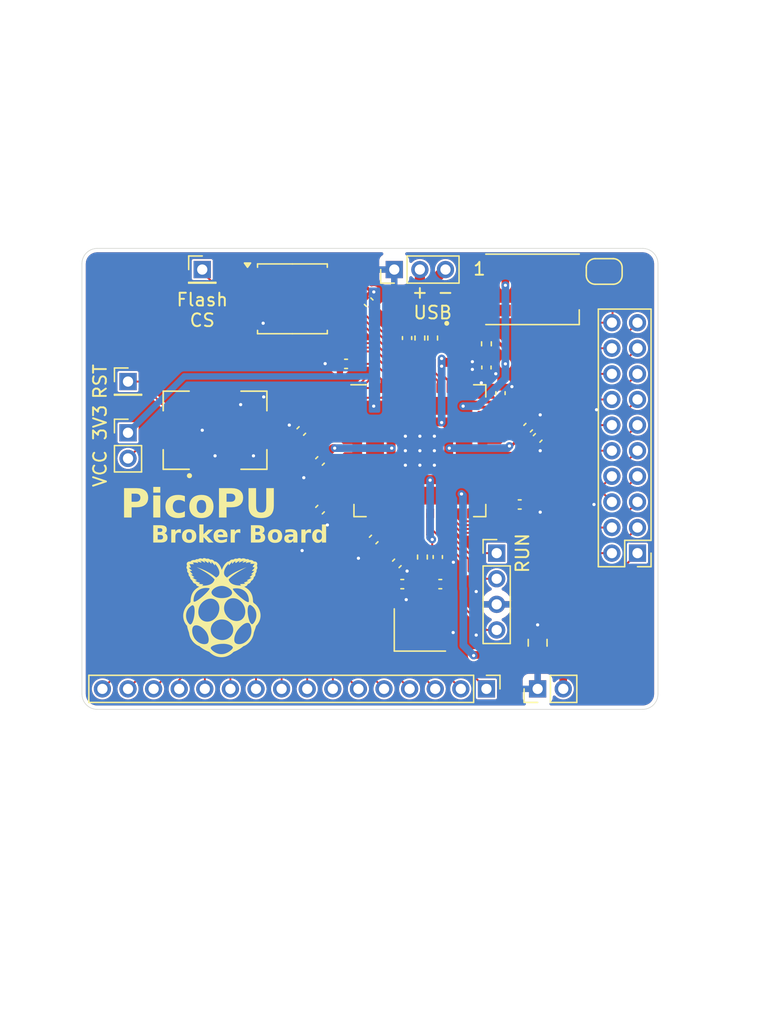
<source format=kicad_pcb>
(kicad_pcb (version 20221018) (generator pcbnew)
  (title_block (title "RP2350B QFN-80 Minimal Design Example") (date "2024-07-04") (rev "REV3") (company "Raspberry Pi Ltd"))
  (layers (0 "F.Cu" signal) (31 "B.Cu" signal) (34 "B.Paste" user) (35 "F.Paste" user) (36 "B.SilkS" user "B.Silkscreen") (37 "F.SilkS" user "F.Silkscreen") (38 "B.Mask" user) (39 "F.Mask" user) (44 "Edge.Cuts" user))
  (net 0 "")
  (net 1 "GND")
  (net 2 "/XIN")
  (net 3 "/XOUT")
  (net 4 "+3V3")
  (net 5 "+1V1")
  (net 6 "/GPIO15")
  (net 7 "/GPIO14")
  (net 8 "/GPIO13")
  (net 9 "/GPIO12")
  (net 10 "/GPIO11")
  (net 11 "/GPIO10")
  (net 12 "/GPIO9")
  (net 13 "/GPIO8")
  (net 14 "/GPIO7")
  (net 15 "/GPIO6")
  (net 16 "/GPIO5")
  (net 17 "/GPIO4")
  (net 18 "/GPIO3")
  (net 19 "/GPIO2")
  (net 20 "/GPIO1")
  (net 21 "/GPIO0")
  (net 22 "/GPIO25")
  (net 23 "/GPIO24")
  (net 24 "/GPIO23")
  (net 25 "/GPIO22")
  (net 26 "/GPIO21")
  (net 27 "/GPIO20")
  (net 28 "/GPIO19")
  (net 29 "/GPIO18")
  (net 30 "/GPIO17")
  (net 31 "/GPIO16")
  (net 32 "/RUN")
  (net 33 "/SWD")
  (net 34 "/SWCLK")
  (net 35 "/QSPI_SD3")
  (net 36 "/QSPI_SCLK")
  (net 37 "/QSPI_SD0")
  (net 38 "/QSPI_SD2")
  (net 39 "/QSPI_SD1")
  (net 40 "/USB_D+")
  (net 41 "/USB_D-")
  (net 42 "/VREG_LX")
  (net 43 "/GPIO47_ADC7")
  (net 44 "/GPIO46_ADC6")
  (net 45 "/GPIO45_ADC5")
  (net 46 "/GPIO44_ADC4")
  (net 47 "/GPIO43_ADC3")
  (net 48 "/GPIO42_ADC2")
  (net 49 "/GPIO41_ADC1")
  (net 50 "/GPIO40_ADC0")
  (net 51 "/GPIO39")
  (net 52 "/GPIO38")
  (net 53 "/GPIO37")
  (net 54 "/GPIO36")
  (net 55 "/GPIO35")
  (net 56 "/GPIO34")
  (net 57 "/GPIO33")
  (net 58 "/GPIO32")
  (net 59 "/GPIO31")
  (net 60 "/GPIO30")
  (net 61 "/GPIO29")
  (net 62 "/GPIO28")
  (net 63 "/GPIO27")
  (net 64 "/GPIO26")
  (net 65 "/FLASH_SS")
  (net 66 "/VREG_AVDD")
  (net 67 "Net-(C19-Pad1)")
  (net 68 "Net-(J1-Pin_2)")
  (net 69 "Net-(J2-Pin_1)")
  (net 70 "Net-(U3-USB_DP)")
  (net 71 "Net-(U3-USB_DM)")
  (net 72 "Net-(D1-DIN)")
  (footprint "Capacitor_SMD:C_0402_1005Metric" (layer "F.Cu") (at 92.2 104.6 -135)
    (fp_text reference "C9" hide)
    (fp_text value "100n")
  )
  (footprint "Capacitor_SMD:C_0402_1005Metric" (layer "F.Cu") (at 101.595 110.42)
    (fp_text reference "C19" hide)
    (fp_text value "15p")
  )
  (footprint "Capacitor_SMD:C_0402_1005Metric" (layer "F.Cu") (at 99 91.2 90)
    (fp_text reference "C4" hide)
    (fp_text value "100n")
  )
  (footprint "Capacitor_SMD:C_0402_1005Metric" (layer "F.Cu") (at 109.2 99 45)
    (fp_text reference "C8" hide)
    (fp_text value "100n")
  )
  (footprint "Capacitor_SMD:C_0402_1005Metric" (layer "F.Cu") (at 107.8 104.2)
    (fp_text reference "C10" hide)
    (fp_text value "100n")
  )
  (footprint "Resistor_SMD:R_0402_1005Metric" (layer "F.Cu") (at 100 91.2 -90)
    (fp_text reference "R2" hide)
    (fp_text value "27")
  )
  (footprint "Capacitor_SMD:C_0402_1005Metric" (layer "F.Cu") (at 90.739411 98.460589 -135)
    (fp_text reference "C7" hide)
    (fp_text value "100n")
  )
  (footprint "Capacitor_SMD:C_0402_1005Metric" (layer "F.Cu") (at 98.625 110.42 180)
    (fp_text reference "C18" hide)
    (fp_text value "15p")
  )
  (footprint "Resistor_SMD:R_0402_1005Metric" (layer "F.Cu") (at 101 91.2 -90)
    (fp_text reference "R3" hide)
    (fp_text value "27")
  )
  (footprint "Capacitor_SMD:C_0402_1005Metric" (layer "F.Cu") (at 106.299 95.504 90)
    (fp_text reference "C11" hide)
    (fp_text value "100n")
  )
  (footprint "Resistor_SMD:R_0402_1005Metric" (layer "F.Cu") (at 100.2 108.305 -90)
    (fp_text reference "R4" hide)
    (fp_text value "1k")
  )
  (footprint "Crystal:Crystal_SMD_3225-4Pin_3.2x2.5mm" (layer "F.Cu") (at 100 114)
    (fp_text reference "Y1" hide)
    (fp_text value "ABM8-272-T3")
  )
  (footprint "Resistor_SMD:R_0402_1005Metric" (layer "F.Cu") (at 105.2 91.65 -90)
    (fp_text reference "R1" hide)
    (fp_text value "33")
  )
  (footprint "Connector_PinHeader_2.00mm:PinHeader_1x01_P2.00mm_Vertical" (layer "F.Cu") (at 83 85.852)
    (fp_text reference "J3" hide)
    (fp_text value "Conn_01x01")
  )
  (footprint "Capacitor_SMD:C_0402_1005Metric" (layer "F.Cu") (at 105.2 93.5 -90)
    (fp_text reference "C13" hide)
    (fp_text value "4.7u")
  )
  (footprint "RP2350B_chip_board:C_0402_1005Metric_small_pads" (layer "F.Cu") (at 103 93)
    (fp_text reference "C15" hide)
    (fp_text value "4.7u")
  )
  (footprint "Capacitor_SMD:C_0402_1005Metric" (layer "F.Cu") (at 96 88.4 -45)
    (fp_text reference "C16" hide)
    (fp_text value "100n")
  )
  (footprint "Custom:BGA25C100P5X5_800X600X120N" (layer "F.Cu") (at 84 98.4 90)
    (fp_text reference "U1" hide)
    (fp_text value "IS66WVH8M8ALL-166B1LI")
  )
  (footprint "Capacitor_SMD:C_0402_1005Metric" (layer "F.Cu") (at 94.234 93.218 180)
    (fp_text reference "C6" hide)
    (fp_text value "100n")
  )
  (footprint "Capacitor_SMD:C_0805_2012Metric" (layer "F.Cu") (at 109.2 115 90)
    (fp_text reference "C17" hide)
    (fp_text value "10u")
  )
  (footprint "RP2350B_chip_board:C_0402_1005Metric_small_pads" (layer "F.Cu") (at 103 93.95)
    (fp_text reference "C14" hide)
    (fp_text value "4.7u")
  )
  (footprint "LED_SMD:LED_WS2812B_PLCC4_5.0x5.0mm_P3.2mm" (layer "F.Cu") (at 108.8 87.4)
    (fp_text reference "D1" hide)
    (fp_text value "WS2812B")
  )
  (footprint "Capacitor_SMD:C_0402_1005Metric" (layer "F.Cu") (at 101.4 108.3 -90)
    (fp_text reference "C2" hide)
    (fp_text value "4.7u")
  )
  (footprint "Connector_PinHeader_2.00mm:PinHeader_1x02_P2.00mm_Vertical" (layer "F.Cu") (at 77.2 98.6)
    (fp_text reference "J1" hide)
    (fp_text value "Conn_01x02")
  )
  (footprint "Connector_PinHeader_2.00mm:PinHeader_1x03_P2.00mm_Vertical" (layer "F.Cu") (at 98 85.852 90)
    (fp_text reference "J9" hide)
    (fp_text value "Conn_01x03")
  )
  (footprint "Connector_PinHeader_2.00mm:PinHeader_1x16_P2.00mm_Vertical" (layer "F.Cu") (at 105.2 118.6 -90)
    (fp_text reference "J7" hide)
    (fp_text value "Conn_01x16")
  )
  (footprint "RP2350B_chip_board:RP2350-QFN-80-1EP_10x10_P0.4mm_EP3.4x3.4mm_ThermalVias" (layer "F.Cu") (at 100 100)
    (fp_text reference "U3" hide)
    (fp_text value "RP2350_80QFN")
  )
  (footprint "RP2350B_chip_board:L_pol_2016" (layer "F.Cu") (at 103 91.35)
    (fp_text reference "L1" hide)
    (fp_text value "3.3u")
  )
  (footprint "Capacitor_SMD:C_0402_1005Metric" (layer "F.Cu") (at 92.2 100.8 -135)
    (fp_text reference "C1" hide)
    (fp_text value "100n")
  )
  (footprint "Capacitor_SMD:C_0402_1005Metric" (layer "F.Cu") (at 96.393 106.934 -135)
    (fp_text reference "C12" hide)
    (fp_text value "100n")
  )
  (footprint "Connector_PinHeader_2.00mm:PinHeader_1x04_P2.00mm_Vertical" (layer "F.Cu") (at 106 108)
    (fp_text reference "J5" hide)
    (fp_text value "Conn_01x04")
  )
  (footprint "Connector_PinHeader_2.00mm:PinHeader_1x01_P2.00mm_Vertical" (layer "F.Cu") (at 77.2 94.6)
    (fp_text reference "J2" hide)
    (fp_text value "Conn_01x01")
  )
  (footprint "Package_SO:SOIC-8_5.23x5.23mm_P1.27mm" (layer "F.Cu") (at 90.043 88.138)
    (fp_text reference "U2" hide)
    (fp_text value "W25Q128JVS")
  )
  (footprint "Capacitor_SMD:C_0402_1005Metric" (layer "F.Cu") (at 108.458 98.2 45)
    (fp_text reference "C3" hide)
    (fp_text value "100n")
  )
  (footprint "Jumper:SolderJumper-2_P1.3mm_Open_RoundedPad1.0x1.5mm" (layer "F.Cu") (at 114.4 86 180)
    (fp_text reference "JP1" hide)
    (fp_text value "SolderJumper_2_Open")
  )
  (footprint "Connector_PinHeader_2.00mm:PinHeader_1x02_P2.00mm_Vertical" (layer "F.Cu") (at 109.2 118.6 90)
    (fp_text reference "J6" hide)
    (fp_text value "Conn_01x02")
  )
  (footprint "Connector_PinHeader_2.00mm:PinHeader_2x10_P2.00mm_Vertical" (layer "F.Cu") (at 117 108 180)
    (fp_text reference "J4" hide)
    (fp_text value "Conn_02x10_Odd_Even")
  )
  (footprint "Capacitor_SMD:C_0402_1005Metric" (layer "F.Cu") (at 98.2 108.8 -135)
    (fp_text reference "C5" hide)
    (fp_text value "100n")
  )
  (gr_poly (pts (xy 85.909797 108.386074) (xy 85.9207 108.387101) (xy 85.931843 108.388856) (xy 85.943235 108.391387) (xy 85.954887 108.394745) (xy 85.966811 108.398978) (xy 85.979017 108.404135) (xy 85.991517 108.410266) (xy 86.00432 108.417419) (xy 86.017439 108.425645) (xy 86.030883 108.434991) (xy 86.044664 108.445508) (xy 86.066908 108.435092) (xy 86.089197 108.42611) (xy 86.111574 108.418606) (xy 86.134084 108.412625) (xy 86.156771 108.408211) (xy 86.17968 108.405408) (xy 86.202854 108.404261) (xy 86.226338 108.404813) (xy 86.250177 108.40711) (xy 86.274414 108.411195) (xy 86.299094 108.417112) (xy 86.324261 108.424906) (xy 86.34996 108.434622) (xy 86.376234 108.446303) (xy 86.403128 108.459994) (xy 86.430687 108.475739) (xy 86.444382 108.473081) (xy 86.45757 108.470772) (xy 86.470262 108.468805) (xy 86.482466 108.467175) (xy 86.494195 108.465877) (xy 86.505458 108.464904) (xy 86.516266 108.464251) (xy 86.526629 108.463912) (xy 86.536558 108.463881) (xy 86.546063 108.464153) (xy 86.555155 108.464722) (xy 86.563843 108.465581) (xy 86.572139 108.466726) (xy 86.580053 108.46815) (xy 86.587595 108.469849) (xy 86.594776 108.471815) (xy 86.601605 108.474043) (xy 86.608095 108.476529) (xy 86.614254 108.479264) (xy 86.620094 108.482245) (xy 86.625625 108.485466) (xy 86.630857 108.488919) (xy 86.635801 108.492601) (xy 86.640467 108.496505) (xy 86.644865 108.500624) (xy 86.649007 108.504955) (xy 86.652902 108.50949) (xy 86.656561 108.514225) (xy 86.659994 108.519152) (xy 86.663212 108.524268) (xy 86.666225 108.529565) (xy 86.669044 108.535038) (xy 86.725145 108.53264) (xy 86.747431 108.532568) (xy 86.771972 108.533321) (xy 86.798243 108.535205) (xy 86.825721 108.538526) (xy 86.853879 108.543591) (xy 86.882194 108.550707) (xy 86.910141 108.560181) (xy 86.923813 108.565897) (xy 86.937196 108.572318) (xy 86.950225 108.579481) (xy 86.962834 108.587425) (xy 86.974957 108.596188) (xy 86.98653 108.605809) (xy 86.997486 108.616326) (xy 87.00776 108.627777) (xy 87.017286 108.640201) (xy 87.025999 108.653635) (xy 87.047908 108.65151) (xy 87.068939 108.65056) (xy 87.089088 108.650747) (xy 87.108348 108.652034) (xy 87.126713 108.654383) (xy 87.144179 108.657756) (xy 87.16074 108.662116) (xy 87.176389 108.667424) (xy 87.191123 108.673644) (xy 87.204935 108.680737) (xy 87.217819 108.688667) (xy 87.22977 108.697394) (xy 87.240783 108.706882) (xy 87.250852 108.717092) (xy 87.259971 108.727988) (xy 87.268135 108.739531) (xy 87.275339 108.751684) (xy 87.281576 108.764409) (xy 87.286842 108.777668) (xy 87.291131 108.791424) (xy 87.294437 108.805639) (xy 87.296754 108.820276) (xy 87.298078 108.835296) (xy 87.298402 108.850662) (xy 87.297722 108.866336) (xy 87.296031 108.882281) (xy 87.293324 108.898459) (xy 87.289596 108.914832) (xy 87.28484 108.931362) (xy 87.279052 108.948013) (xy 87.272226 108.964745) (xy 87.264357 108.981522) (xy 87.289246 109.049596) (xy 87.294898 109.067266) (xy 87.299715 109.08537) (xy 87.303394 109.103995) (xy 87.305633 109.123229) (xy 87.306117 109.133101) (xy 87.306127 109.143157) (xy 87.305626 109.153409) (xy 87.304575 109.163867) (xy 87.302936 109.174542) (xy 87.300671 109.185446) (xy 87.297744 109.196588) (xy 87.294115 109.20798) (xy 87.289746 109.219633) (xy 87.284601 109.231557) (xy 87.278641 109.243763) (xy 87.271828 109.256263) (xy 87.264124 109.269066) (xy 87.255491 109.282184) (xy 87.245892 109.295629) (xy 87.235288 109.309409) (xy 87.240057 109.325999) (xy 87.243459 109.342658) (xy 87.245492 109.35943) (xy 87.246153 109.376356) (xy 87.245437 109.393481) (xy 87.243341 109.410845) (xy 87.239863 109.428492) (xy 87.234998 109.446465) (xy 87.228743 109.464805) (xy 87.221095 109.483556) (xy 87.212051 109.50276) (xy 87.201606 109.522459) (xy 87.189758 109.542697) (xy 87.176503 109.563516) (xy 87.161838 109.584958) (xy 87.145759 109.607065) (xy 87.148227 109.618099) (xy 87.150188 109.628962) (xy 87.151653 109.639654) (xy 87.152631 109.650175) (xy 87.153134 109.660524) (xy 87.153173 109.670703) (xy 87.152758 109.68071) (xy 87.1519 109.690545) (xy 87.150609 109.700208) (xy 87.148896 109.709699) (xy 87.146772 109.719017) (xy 87.144247 109.728163) (xy 87.141332 109.737136) (xy 87.138037 109.745936) (xy 87.134374 109.754562) (xy 87.130353 109.763015) (xy 87.125984 109.771294) (xy 87.121279 109.7794) (xy 87.116247 109.787331) (xy 87.1109 109.795087) (xy 87.105248 109.80267) (xy 87.099302 109.810077) (xy 87.093072 109.817309) (xy 87.086569 109.824367) (xy 87.079804 109.831248) (xy 87.072788 109.837955) (xy 87.058042 109.850839) (xy 87.042417 109.863018) (xy 87.025999 109.874491) (xy 87.02557 109.891013) (xy 87.024313 109.90701) (xy 87.022271 109.922487) (xy 87.019488 109.93745) (xy 87.016008 109.951907) (xy 87.011873 109.965861) (xy 87.007129 109.97932) (xy 87.001818 109.992289) (xy 86.995984 110.004775) (xy 86.989671 110.016782) (xy 86.982922 110.028318) (xy 86.975782 110.039388) (xy 86.968293 110.049999) (xy 86.960499 110.060155) (xy 86.952445 110.069863) (xy 86.944173 110.07913) (xy 86.927151 110.09636) (xy 86.909784 110.111895) (xy 86.89242 110.12578) (xy 86.875409 110.138065) (xy 86.859099 110.148796) (xy 86.84384 110.158022) (xy 86.817872 110.172147) (xy 86.806572 110.205662) (xy 86.800234 110.222308) (xy 86.793092 110.238822) (xy 86.784887 110.255158) (xy 86.77536 110.271274) (xy 86.764253 110.287123) (xy 86.751307 110.302662) (xy 86.736262 110.317848) (xy 86.727871 110.325294) (xy 86.71886 110.332634) (xy 86.709194 110.339864) (xy 86.698841 110.346978) (xy 86.68777 110.35397) (xy 86.675948 110.360835) (xy 86.663342 110.367567) (xy 86.649921 110.37416) (xy 86.635651 110.38061) (xy 86.620501 110.38691) (xy 86.587429 110.399039) (xy 86.550447 110.410505) (xy 86.547356 110.42411) (xy 86.543764 110.437036) (xy 86.539686 110.449304) (xy 86.535138 110.460938) (xy 86.530137 110.471958) (xy 86.524697 110.482387) (xy 86.518835 110.492247) (xy 86.512568 110.50156) (xy 86.50591 110.510349) (xy 86.498878 110.518635) (xy 86.491488 110.526441) (xy 86.483756 110.533789) (xy 86.475698 110.540701) (xy 86.46733 110.547199) (xy 86.449726 110.559042) (xy 86.431074 110.569495) (xy 86.4115 110.578736) (xy 86.391132 110.586941) (xy 86.370098 110.594287) (xy 86.348526 110.600952) (xy 86.326544 110.607113) (xy 86.281858 110.618632) (xy 86.348565 110.658458) (xy 86.414104 110.700265) (xy 86.478042 110.744617) (xy 86.539946 110.792077) (xy 86.599384 110.843209) (xy 86.655923 110.898577) (xy 86.70913 110.958744) (xy 86.758573 111.024275) (xy 86.80382 111.095734) (xy 86.844437 111.173683) (xy 86.879993 111.258686) (xy 86.895737 111.30401) (xy 86.910054 111.351309) (xy 86.922889 111.400653) (xy 86.934188 111.452113) (xy 86.943897 111.505759) (xy 86.951962 111.561663) (xy 86.958329 111.619894) (xy 86.962943 111.680523) (xy 86.9667 111.809256) (xy 87.025999 111.898786) (xy 87.10878 111.955389) (xy 87.188732 112.024216) (xy 87.264416 112.10422) (xy 87.334392 112.194353) (xy 87.397222 112.293567) (xy 87.451466 112.400815) (xy 87.474918 112.457125) (xy 87.495684 112.51505) (xy 87.513585 112.57446) (xy 87.528439 112.635224) (xy 87.540067 112.69721) (xy 87.54829 112.760289) (xy 87.552927 112.824329) (xy 87.553799 112.889198) (xy 87.550725 112.954767) (xy 87.543525 113.020904) (xy 87.532021 113.087479) (xy 87.516031 113.15436) (xy 87.495376 113.221416) (xy 87.469876 113.288517) (xy 87.439351 113.355531) (xy 87.403622 113.422328) (xy 87.362508 113.488777) (xy 87.315829 113.554746) (xy 87.263406 113.620105) (xy 87.205058 113.684724) (xy 87.182819 113.760166) (xy 87.160566 113.831099) (xy 87.138286 113.898571) (xy 87.115965 113.963631) (xy 87.071145 114.090712) (xy 87.025999 114.220737) (xy 87.016342 114.283791) (xy 87.004048 114.344771) (xy 86.989283 114.403688) (xy 86.972209 114.460552) (xy 86.952991 114.515374) (xy 86.931793 114.568165) (xy 86.908778 114.618934) (xy 86.884111 114.667694) (xy 86.857955 114.714453) (xy 86.830474 114.759224) (xy 86.801833 114.802017) (xy 86.772194 114.842842) (xy 86.741723 114.88171) (xy 86.710583 114.918632) (xy 86.678938 114.953618) (xy 86.646952 114.986679) (xy 86.582613 115.047068) (xy 86.518876 115.099885) (xy 86.457054 115.145214) (xy 86.398457 115.183142) (xy 86.344398 115.213752) (xy 86.296188 115.237131) (xy 86.255138 115.253363) (xy 86.22256 115.262534) (xy 86.142982 115.327882) (xy 86.059888 115.390506) (xy 86.01681 115.420795) (xy 85.972598 115.450404) (xy 85.927166 115.479331) (xy 85.88043 115.507577) (xy 85.832303 115.535142) (xy 85.782702 115.562025) (xy 85.731541 115.588227) (xy 85.678734 115.613748) (xy 85.624197 115.638587) (xy 85.567844 115.662746) (xy 85.509591 115.686223) (xy 85.449351 115.709018) (xy 85.393194 115.762745) (xy 85.336372 115.812364) (xy 85.27893 115.857963) (xy 85.220913 115.899632) (xy 85.162364 115.937457) (xy 85.103329 115.971529) (xy 85.04385 116.001936) (xy 84.983973 116.028766) (xy 84.923741 116.052108) (xy 84.8632 116.07205) (xy 84.802393 116.088681) (xy 84.741364 116.10209) (xy 84.680158 116.112365) (xy 84.61882 116.119594) (xy 84.557393 116.123867) (xy 84.495921 116.125272) (xy 84.434654 116.123867) (xy 84.373406 116.119594) (xy 84.312223 116.112365) (xy 84.25115 116.10209) (xy 84.190234 116.088681) (xy 84.129521 116.07205) (xy 84.069057 116.052108) (xy 84.008887 116.028766) (xy 83.949058 116.001936) (xy 83.889615 115.971529) (xy 83.830605 115.937457) (xy 83.772074 115.899632) (xy 83.714067 115.857963) (xy 83.65663 115.812364) (xy 83.599811 115.762745) (xy 83.543654 115.709018) (xy 83.483414 115.686223) (xy 83.425161 115.662746) (xy 83.368808 115.638587) (xy 83.314271 115.613748) (xy 83.261464 115.588227) (xy 83.210303 115.562025) (xy 83.160702 115.535142) (xy 83.112575 115.507577) (xy 83.065839 115.479331) (xy 83.020407 115.450404) (xy 82.976195 115.420795) (xy 82.962778 115.411362) (xy 83.663414 115.411362) (xy 83.664622 115.423246) (xy 83.668198 115.436579) (xy 83.682172 115.467086) (xy 83.704771 115.501878) (xy 83.73543 115.539951) (xy 83.773583 115.5803) (xy 83.818664 115.621918) (xy 83.870109 115.663803) (xy 83.927351 115.704948) (xy 83.989826 115.74435) (xy 84.056967 115.781002) (xy 84.12821 115.813901) (xy 84.202988 115.84204) (xy 84.280737 115.864417) (xy 84.320549 115.873129) (xy 84.360891 115.880024) (xy 84.401693 115.884976) (xy 84.442884 115.887859) (xy 84.484394 115.888547) (xy 84.526152 115.886914) (xy 84.56525 115.8858) (xy 84.604437 115.882537) (xy 84.643627 115.877246) (xy 84.682733 115.870046) (xy 84.721666 115.861058) (xy 84.76034 115.850401) (xy 84.798668 115.838196) (xy 84.836562 115.824564) (xy 84.873934 115.809623) (xy 84.910698 115.793494) (xy 84.946766 115.776297) (xy 84.982052 115.758152) (xy 85.016466 115.73918) (xy 85.049924 115.7195) (xy 85.113616 115.678497) (xy 85.17243 115.636104) (xy 85.225669 115.593282) (xy 85.272632 115.550992) (xy 85.312623 115.510193) (xy 85.329785 115.490654) (xy 85.344942 115.471847) (xy 85.358007 115.453894) (xy 85.368892 115.436915) (xy 85.37751 115.421028) (xy 85.383774 115.406356) (xy 85.387596 115.393017) (xy 85.38889 115.381131) (xy 85.387515 115.364438) (xy 85.383462 115.347948) (xy 85.376841 115.331691) (xy 85.367759 115.315692) (xy 85.356326 115.299979) (xy 85.342651 115.28458) (xy 85.309007 115.254831) (xy 85.2677 115.226662) (xy 85.219598 115.200292) (xy 85.165573 115.175938) (xy 85.106494 115.153819) (xy 85.043233 115.134153) (xy 84.976658 115.117157) (xy 84.907641 115.10305) (xy 84.837052 115.09205) (xy 84.765761 115.084374) (xy 84.694639 115.080241) (xy 84.624556 115.079869) (xy 84.556382 115.083475) (xy 84.487338 115.08519) (xy 84.415194 115.090219) (xy 84.340992 115.09839) (xy 84.265775 115.109527) (xy 84.190586 115.123457) (xy 84.116466 115.140007) (xy 84.044458 115.159003) (xy 83.975604 115.180271) (xy 83.910947 115.203637) (xy 83.851529 115.228928) (xy 83.824111 115.242241) (xy 83.798393 115.25597) (xy 83.774506 115.270093) (xy 83.75258 115.284589) (xy 83.732746 115.299436) (xy 83.715133 115.314611) (xy 83.699873 115.330094) (xy 83.687095 115.345863) (xy 83.67693 115.361896) (xy 83.669508 115.378171) (xy 83.664959 115.394667) (xy 83.663414 115.411362) (xy 82.962778 115.411362) (xy 82.933117 115.390506) (xy 82.891088 115.359535) (xy 82.850023 115.327882) (xy 82.809837 115.295549) (xy 82.770445 115.262534) (xy 82.737867 115.253363) (xy 82.696815 115.237131) (xy 82.648599 115.213752) (xy 82.594529 115.183142) (xy 82.535916 115.145214) (xy 82.474068 115.099885) (xy 82.410295 115.047068) (xy 82.345907 114.986679) (xy 82.282215 114.918632) (xy 82.220527 114.842842) (xy 82.162153 114.759224) (xy 82.134618 114.714453) (xy 82.108404 114.667694) (xy 82.083672 114.618934) (xy 82.060588 114.568165) (xy 82.039315 114.515374) (xy 82.020016 114.460552) (xy 82.002856 114.403688) (xy 81.987998 114.344771) (xy 81.975606 114.283791) (xy 81.965843 114.220737) (xy 81.921823 114.090712) (xy 81.907978 114.049236) (xy 82.212049 114.049236) (xy 82.214518 114.115111) (xy 82.222041 114.184034) (xy 82.234797 114.255567) (xy 82.252962 114.32927) (xy 82.276714 114.404703) (xy 82.306229 114.481427) (xy 82.341685 114.559003) (xy 82.383259 114.636991) (xy 82.414316 114.680467) (xy 82.446176 114.721542) (xy 82.478761 114.760257) (xy 82.511994 114.796658) (xy 82.5458 114.830788) (xy 82.580102 114.86269) (xy 82.614823 114.892408) (xy 82.649886 114.919986) (xy 82.685214 114.945467) (xy 82.720732 114.968895) (xy 82.756362 114.990314) (xy 82.792028 115.009767) (xy 82.827653 115.027298) (xy 82.863161 115.042951) (xy 82.898474 115.056769) (xy 82.933517 115.068796) (xy 82.968212 115.079075) (xy 83.002483 115.08765) (xy 83.036253 115.094566) (xy 83.069446 115.099864) (xy 83.101985 115.10359) (xy 83.133793 115.105787) (xy 83.164794 115.106498) (xy 83.19491 115.105767) (xy 83.224067 115.103637) (xy 83.252186 115.100153) (xy 83.279191 115.095358) (xy 83.305005 115.089295) (xy 83.329553 115.082009) (xy 83.352756 115.073543) (xy 83.374539 115.06394) (xy 83.394825 115.053244) (xy 83.413386 115.035537) (xy 83.430071 115.015845) (xy 83.444917 114.994285) (xy 83.457962 114.970971) (xy 83.469245 114.946017) (xy 83.478802 114.919539) (xy 83.486672 114.891651) (xy 83.492894 114.862468) (xy 83.497504 114.832104) (xy 83.500541 114.800675) (xy 83.502046 114.735079) (xy 83.497712 114.666598) (xy 83.487843 114.59615) (xy 83.472742 114.524653) (xy 83.452712 114.453024) (xy 83.428056 114.382183) (xy 83.399077 114.313046) (xy 83.366078 114.246532) (xy 83.329364 114.18356) (xy 83.289235 114.125046) (xy 83.245997 114.071909) (xy 83.194517 114.011892) (xy 83.166546 113.98238) (xy 83.663414 113.98238) (xy 83.664623 114.023967) (xy 83.668205 114.064981) (xy 83.674096 114.105372) (xy 83.682231 114.145092) (xy 83.692544 114.184092) (xy 83.70497 114.222322) (xy 83.719445 114.259733) (xy 83.735902 114.296278) (xy 83.754277 114.331905) (xy 83.774505 114.366568) (xy 83.796521 114.400217) (xy 83.820258 114.432802) (xy 83.845653 114.464275) (xy 83.87264 114.494586) (xy 83.901154 114.523688) (xy 83.93113 114.551531) (xy 83.962502 114.578065) (xy 83.995206 114.603243) (xy 84.029176 114.627014) (xy 84.064348 114.649331) (xy 84.100655 114.670144) (xy 84.138033 114.689403) (xy 84.176417 114.707061) (xy 84.215742 114.723068) (xy 84.255942 114.737375) (xy 84.296952 114.749934) (xy 84.338708 114.760695) (xy 84.381143 114.769609) (xy 84.424194 114.776627) (xy 84.467794 114.781701) (xy 84.511878 114.784781) (xy 84.556382 114.785819) (xy 84.600697 114.784781) (xy 84.64444 114.781701) (xy 84.687555 114.776627) (xy 84.729989 114.769609) (xy 84.771686 114.760695) (xy 84.792349 114.755259) (xy 85.500501 114.755259) (xy 85.501918 114.789552) (xy 85.505089 114.822535) (xy 85.510052 114.854082) (xy 85.516845 114.884068) (xy 85.525506 114.912367) (xy 85.536074 114.938855) (xy 85.548587 114.963405) (xy 85.563083 114.985892) (xy 85.579601 115.006191) (xy 85.598179 115.024176) (xy 85.615804 115.037681) (xy 85.635268 115.050243) (xy 85.679388 115.072254) (xy 85.729884 115.089643) (xy 85.786104 115.101842) (xy 85.847392 115.108285) (xy 85.913095 115.108403) (xy 85.982558 115.10163) (xy 86.055128 115.087399) (xy 86.092374 115.077309) (xy 86.130151 115.065143) (xy 86.168377 115.050827) (xy 86.206972 115.034293) (xy 86.245853 115.015469) (xy 86.284938 114.994284) (xy 86.324145 114.970668) (xy 86.363394 114.944548) (xy 86.402602 114.915855) (xy 86.441687 114.884518) (xy 86.480568 114.850465) (xy 86.519162 114.813627) (xy 86.557389 114.773931) (xy 86.595166 114.731307) (xy 86.632412 114.685684) (xy 86.669044 114.636991) (xy 86.693184 114.602931) (xy 86.715281 114.567748) (xy 86.735388 114.531546) (xy 86.753561 114.494431) (xy 86.769855 114.456504) (xy 86.784324 114.41787) (xy 86.797024 114.378634) (xy 86.808007 114.338898) (xy 86.81733 114.298768) (xy 86.825048 114.258346) (xy 86.835883 114.177044) (xy 86.840952 114.095824) (xy 86.840691 114.015517) (xy 86.835538 113.936954) (xy 86.825932 113.860966) (xy 86.812309 113.788385) (xy 86.795109 113.720041) (xy 86.774767 113.656766) (xy 86.751722 113.59939) (xy 86.726412 113.548746) (xy 86.699275 113.505664) (xy 86.67933 113.490194) (xy 86.658545 113.477101) (xy 86.636958 113.466333) (xy 86.614608 113.457836) (xy 86.591533 113.451555) (xy 86.567771 113.447438) (xy 86.543363 113.445429) (xy 86.518345 113.445475) (xy 86.492756 113.447523) (xy 86.466636 113.451518) (xy 86.440022 113.457407) (xy 86.412953 113.465135) (xy 86.385467 113.474649) (xy 86.357604 113.485895) (xy 86.329402 113.498819) (xy 86.300898 113.513367) (xy 86.243143 113.547121) (xy 86.184647 113.586725) (xy 86.125718 113.631749) (xy 86.066665 113.681762) (xy 86.007795 113.736332) (xy 85.949418 113.795029) (xy 85.891842 113.857423) (xy 85.835374 113.923081) (xy 85.807911 113.954477) (xy 85.781359 113.987322) (xy 85.731138 114.056855) (xy 85.685019 114.130677) (xy 85.643307 114.207784) (xy 85.60631 114.287173) (xy 85.574334 114.367842) (xy 85.547686 114.448786) (xy 85.526672 114.529003) (xy 85.511599 114.60749) (xy 85.502773 114.683243) (xy 85.500798 114.719781) (xy 85.500501 114.755259) (xy 84.792349 114.755259) (xy 84.812591 114.749934) (xy 84.85265 114.737375) (xy 84.891809 114.723068) (xy 84.930012 114.707061) (xy 84.967205 114.689403) (xy 85.003333 114.670144) (xy 85.038341 114.649331) (xy 85.072175 114.627014) (xy 85.10478 114.603243) (xy 85.136101 114.578065) (xy 85.166084 114.551531) (xy 85.194673 114.523688) (xy 85.221814 114.494586) (xy 85.247453 114.464275) (xy 85.271535 114.432802) (xy 85.294004 114.400217) (xy 85.314806 114.366568) (xy 85.333887 114.331905) (xy 85.351192 114.296278) (xy 85.366666 114.259733) (xy 85.380254 114.222322) (xy 85.391902 114.184092) (xy 85.401555 114.145092) (xy 85.409158 114.105372) (xy 85.414656 114.064981) (xy 85.417995 114.023967) (xy 85.419121 113.98238) (xy 85.417994 113.940792) (xy 85.414649 113.899778) (xy 85.409133 113.859387) (xy 85.401496 113.819667) (xy 85.391787 113.780667) (xy 85.380055 113.742437) (xy 85.36635 113.705026) (xy 85.35072 113.668482) (xy 85.333215 113.632854) (xy 85.313884 113.598191) (xy 85.292776 113.564543) (xy 85.26994 113.531957) (xy 85.245426 113.500484) (xy 85.219283 113.470173) (xy 85.191559 113.441071) (xy 85.162305 113.413228) (xy 85.131568 113.386694) (xy 85.0994 113.361516) (xy 85.065847 113.337745) (xy 85.030961 113.315428) (xy 84.994789 113.294615) (xy 84.957381 113.275356) (xy 84.918787 113.257698) (xy 84.879055 113.241691) (xy 84.838235 113.227383) (xy 84.796376 113.214825) (xy 84.753527 113.204064) (xy 84.709737 113.19515) (xy 84.665055 113.188132) (xy 84.619531 113.183058) (xy 84.573213 113.179978) (xy 84.526152 113.17894) (xy 84.481734 113.179978) (xy 84.437903 113.183058) (xy 84.39471 113.188132) (xy 84.352212 113.19515) (xy 84.310461 113.204064) (xy 84.269512 113.214825) (xy 84.229418 113.227383) (xy 84.190235 113.241691) (xy 84.152016 113.257698) (xy 84.114814 113.275356) (xy 84.078685 113.294615) (xy 84.043682 113.315428) (xy 84.00986 113.337745) (xy 83.977272 113.361516) (xy 83.945972 113.386694) (xy 83.916015 113.413228) (xy 83.887454 113.441071) (xy 83.860345 113.470173) (xy 83.83474 113.500484) (xy 83.810693 113.531957) (xy 83.78826 113.564543) (xy 83.767494 113.598191) (xy 83.748449 113.632854) (xy 83.731179 113.668482) (xy 83.715738 113.705026) (xy 83.702181 113.742437) (xy 83.690561 113.780667) (xy 83.680932 113.819667) (xy 83.673349 113.859387) (xy 83.667866 113.899778) (xy 83.664536 113.940792) (xy 83.663414 113.98238) (xy 83.166546 113.98238) (xy 83.140624 113.955029) (xy 83.08471 113.901667) (xy 83.02717 113.852155) (xy 82.968397 113.80684) (xy 82.908784 113.766068) (xy 82.848725 113.730189) (xy 82.788613 113.699548) (xy 82.75866 113.686301) (xy 82.728841 113.674494) (xy 82.699206 113.66417) (xy 82.669804 113.655374) (xy 82.640684 113.648148) (xy 82.611894 113.642535) (xy 82.583485 113.63858) (xy 82.555505 113.636325) (xy 82.528004 113.635815) (xy 82.501031 113.637092) (xy 82.474635 113.6402) (xy 82.448865 113.645182) (xy 82.42377 113.652082) (xy 82.399399 113.660943) (xy 82.375803 113.671809) (xy 82.353029 113.684724) (xy 82.336787 113.696708) (xy 82.321433 113.710389) (xy 82.306989 113.725711) (xy 82.293476 113.742619) (xy 82.269333 113.780973) (xy 82.249183 113.825013) (xy 82.233203 113.874298) (xy 82.221569 113.92839) (xy 82.214459 113.986849) (xy 82.212049 114.049236) (xy 81.907978 114.049236) (xy 81.900665 114.027328) (xy 81.880529 113.963631) (xy 81.861755 113.898571) (xy 81.844684 113.831099) (xy 81.836894 113.796131) (xy 81.829657 113.760166) (xy 81.823017 113.723074) (xy 81.817015 113.684724) (xy 81.764054 113.620105) (xy 81.716675 113.554746) (xy 81.674705 113.488777) (xy 81.637968 113.422328) (xy 81.60629 113.355531) (xy 81.579497 113.288517) (xy 81.557416 113.221416) (xy 81.53987 113.15436) (xy 81.526686 113.087479) (xy 81.51769 113.020904) (xy 81.512707 112.954767) (xy 81.511563 112.889198) (xy 81.512915 112.854396) (xy 81.735479 112.854396) (xy 81.735557 112.907949) (xy 81.738503 112.961071) (xy 81.744222 113.013593) (xy 81.752614 113.065346) (xy 81.763582 113.116161) (xy 81.777028 113.16587) (xy 81.792855 113.214304) (xy 81.810965 113.261293) (xy 81.831261 113.30667) (xy 81.853643 113.350265) (xy 81.878016 113.391909) (xy 81.90428 113.431434) (xy 81.932339 113.468671) (xy 81.962095 113.50345) (xy 81.993449 113.535604) (xy 82.026305 113.564963) (xy 82.05666 113.570894) (xy 82.086399 113.566682) (xy 82.115423 113.553003) (xy 82.143635 113.530533) (xy 82.170935 113.499949) (xy 82.197226 113.461925) (xy 82.222409 113.417139) (xy 82.246386 113.366265) (xy 82.290327 113.248961) (xy 82.328262 113.11542) (xy 82.359405 112.97105) (xy 82.382969 112.821259) (xy 82.398166 112.671454) (xy 82.401998 112.579904) (xy 82.692705 112.579904) (xy 82.692993 112.62238) (xy 82.695121 112.664389) (xy 82.699083 112.705859) (xy 82.704875 112.746719) (xy 82.712491 112.786898) (xy 82.721925 112.826326) (xy 82.733172 112.864931) (xy 82.746228 112.902643) (xy 82.761086 112.939391) (xy 82.777741 112.975103) (xy 82.796188 113.00971) (xy 82.816423 113.04314) (xy 82.838438 113.075322) (xy 82.862229 113.106185) (xy 82.887791 113.135658) (xy 82.915119 113.163671) (xy 82.944206 113.190153) (xy 82.975048 113.215033) (xy 83.00764 113.238239) (xy 83.041718 113.259453) (xy 83.07675 113.278415) (xy 83.112656 113.295142) (xy 83.149353 113.309648) (xy 83.186762 113.321952) (xy 83.224801 113.332069) (xy 83.263389 113.340016) (xy 83.302444 113.345809) (xy 83.341886 113.349464) (xy 83.381634 113.350998) (xy 83.421606 113.350427) (xy 83.461721 113.347768) (xy 83.501898 113.343038) (xy 83.542057 113.336251) (xy 83.582115 113.327425) (xy 83.621992 113.316577) (xy 83.661607 113.303722) (xy 83.700878 113.288878) (xy 83.739725 113.272059) (xy 83.778067 113.253284) (xy 83.815821 113.232568) (xy 83.852908 113.209927) (xy 83.889246 113.185378) (xy 83.924753 113.158938) (xy 83.95935 113.130622) (xy 83.992954 113.100448) (xy 84.025484 113.068431) (xy 84.05686 113.034588) (xy 84.087001 112.998936) (xy 84.115824 112.96149) (xy 84.14325 112.922267) (xy 84.169197 112.881284) (xy 84.193312 112.839176) (xy 84.215517 112.796614) (xy 84.235819 112.753669) (xy 84.254223 112.710412) (xy 84.270733 112.666914) (xy 84.285356 112.623246) (xy 84.298096 112.579479) (xy 84.308959 112.535684) (xy 84.317951 112.491931) (xy 84.325075 112.448292) (xy 84.330339 112.404837) (xy 84.333747 112.361637) (xy 84.335304 112.318763) (xy 84.335187 112.301521) (xy 84.704011 112.301521) (xy 84.705272 112.344691) (xy 84.708538 112.388032) (xy 84.713833 112.431457) (xy 84.721176 112.474877) (xy 84.730591 112.518207) (xy 84.742099 112.561357) (xy 84.755722 112.604241) (xy 84.771482 112.646772) (xy 84.789401 112.688861) (xy 84.809501 112.730421) (xy 84.831804 112.771365) (xy 84.856332 112.811605) (xy 84.883107 112.851053) (xy 84.909054 112.889291) (xy 84.936479 112.925945) (xy 84.965303 112.961) (xy 84.995443 112.994438) (xy 85.026819 113.026244) (xy 85.05935 113.056401) (xy 85.092954 113.084892) (xy 85.127551 113.111702) (xy 85.163058 113.136814) (xy 85.199396 113.160212) (xy 85.236483 113.181878) (xy 85.274237 113.201797) (xy 85.312578 113.219953) (xy 85.351425 113.236328) (xy 85.390697 113.250907) (xy 85.430312 113.263674) (xy 85.470189 113.27461) (xy 85.510247 113.283702) (xy 85.550406 113.290931) (xy 85.590583 113.296282) (xy 85.630698 113.299738) (xy 85.67067 113.301283) (xy 85.710418 113.3009) (xy 85.74986 113.298573) (xy 85.788915 113.294286) (xy 85.827503 113.288022) (xy 85.865542 113.279765) (xy 85.90295 113.269498) (xy 85.939648 113.257206) (xy 85.975554 113.242871) (xy 86.010586 113.226477) (xy 86.044664 113.208008) (xy 86.077255 113.184805) (xy 86.108097 113.159936) (xy 86.137185 113.13347) (xy 86.164512 113.105478) (xy 86.190074 113.07603) (xy 86.213866 113.045198) (xy 86.235881 113.013052) (xy 86.256115 112.979661) (xy 86.274563 112.945097) (xy 86.291218 112.90943) (xy 86.306076 112.87273) (xy 86.319132 112.835068) (xy 86.330379 112.796515) (xy 86.339813 112.75714) (xy 86.353221 112.676209) (xy 86.359311 112.59284) (xy 86.358203 112.518413) (xy 86.54585 112.518413) (xy 86.552634 112.663846) (xy 86.56905 112.813992) (xy 86.594187 112.963442) (xy 86.627132 113.10679) (xy 86.666971 113.238628) (xy 86.712791 113.353548) (xy 86.73766 113.402974) (xy 86.763681 113.446142) (xy 86.790741 113.482378) (xy 86.818726 113.511004) (xy 86.847522 113.531344) (xy 86.877014 113.542724) (xy 86.907089 113.544466) (xy 86.937632 113.535895) (xy 86.970382 113.50645) (xy 87.001637 113.47405) (xy 87.0313 113.438881) (xy 87.059273 113.401126) (xy 87.085457 113.360973) (xy 87.109754 113.318606) (xy 87.132068 113.274212) (xy 87.152299 113.227974) (xy 87.170351 113.18008) (xy 87.186124 113.130713) (xy 87.199521 113.08006) (xy 87.210444 113.028307) (xy 87.218796 112.975637) (xy 87.224478 112.922238) (xy 87.227392 112.868294) (xy 87.22744 112.813992) (xy 87.224525 112.759515) (xy 87.218548 112.70505) (xy 87.209412 112.650782) (xy 87.197019 112.596897) (xy 87.18127 112.54358) (xy 87.162068 112.491016) (xy 87.139315 112.439391) (xy 87.112912 112.38889) (xy 87.082763 112.3397) (xy 87.048769 112.292004) (xy 87.010831 112.245989) (xy 86.968853 112.20184) (xy 86.922736 112.159743) (xy 86.872383 112.119882) (xy 86.817694 112.082444) (xy 86.758574 112.047614) (xy 86.721534 112.044429) (xy 86.688386 112.051209) (xy 86.659016 112.067279) (xy 86.633309 112.091963) (xy 86.611152 112.124585) (xy 86.59243 112.164468) (xy 86.577029 112.210937) (xy 86.564836 112.263317) (xy 86.555735 112.32093) (xy 86.549613 112.383101) (xy 86.54585 112.518413) (xy 86.358203 112.518413) (xy 86.358042 112.507595) (xy 86.349371 112.421038) (xy 86.333255 112.333734) (xy 86.309651 112.246246) (xy 86.278518 112.159138) (xy 86.239812 112.072973) (xy 86.193492 111.988316) (xy 86.167542 111.947333) (xy 86.140107 111.90811) (xy 86.111268 111.870663) (xy 86.081108 111.835009) (xy 86.049707 111.801164) (xy 86.017149 111.769144) (xy 85.983514 111.738965) (xy 85.948885 111.710644) (xy 85.913342 111.684196) (xy 85.876969 111.659637) (xy 85.839846 111.636985) (xy 85.802055 111.616254) (xy 85.763678 111.597462) (xy 85.724798 111.580625) (xy 85.685495 111.565757) (xy 85.645851 111.552877) (xy 85.605948 111.542) (xy 85.565869 111.533141) (xy 85.525693 111.526319) (xy 85.485505 111.521547) (xy 85.445384 111.518843) (xy 85.405413 111.518224) (xy 85.365674 111.519704) (xy 85.326248 111.5233) (xy 85.287218 111.529029) (xy 85.248664 111.536907) (xy 85.210669 111.546949) (xy 85.173314 111.559172) (xy 85.136682 111.573592) (xy 85.100853 111.590226) (xy 85.06591 111.609089) (xy 85.031935 111.630198) (xy 84.999257 111.65349) (xy 84.968169 111.678616) (xy 84.938691 111.705487) (xy 84.910846 111.734018) (xy 84.884656 111.76412) (xy 84.860142 111.795706) (xy 84.837327 111.828687) (xy 84.816232 111.862978) (xy 84.79688 111.898489) (xy 84.779292 111.935135) (xy 84.76349 111.972826) (xy 84.749496 112.011477) (xy 84.737333 112.050998) (xy 84.727021 112.091303) (xy 84.718583 112.132304) (xy 84.712042 112.173914) (xy 84.707418 112.216046) (xy 84.704733 112.25861) (xy 84.704011 112.301521) (xy 84.335187 112.301521) (xy 84.335016 112.276287) (xy 84.332888 112.234278) (xy 84.328926 112.192809) (xy 84.323134 112.151949) (xy 84.315518 112.111769) (xy 84.306084 112.072342) (xy 84.294836 112.033736) (xy 84.281781 111.996024) (xy 84.266923 111.959276) (xy 84.250268 111.923564) (xy 84.23182 111.888957) (xy 84.211586 111.855528) (xy 84.189571 111.823346) (xy 84.165779 111.792482) (xy 84.140217 111.763009) (xy 84.11289 111.734996) (xy 84.083803 111.708514) (xy 84.05296 111.683635) (xy 84.020369 111.660428) (xy 83.986476 111.6393) (xy 83.95177 111.620584) (xy 83.916316 111.604248) (xy 83.880182 111.590259) (xy 83.843431 111.578583) (xy 83.806131 111.569189) (xy 83.768346 111.562042) (xy 83.730143 111.55711) (xy 83.691588 111.55436) (xy 83.652745 111.553758) (xy 83.613682 111.555273) (xy 83.574464 111.55887) (xy 83.535156 111.564517) (xy 83.495824 111.572181) (xy 83.456535 111.581828) (xy 83.417353 111.593427) (xy 83.378346 111.606943) (xy 83.339578 111.622344) (xy 83.301115 111.639597) (xy 83.263023 111.658668) (xy 83.225368 111.679526) (xy 83.188216 111.702136) (xy 83.151632 111.726466) (xy 83.115682 111.752483) (xy 83.080433 111.780154) (xy 83.045949 111.809445) (xy 83.012297 111.840324) (xy 82.979542 111.872759) (xy 82.94775 111.906714) (xy 82.916987 111.942159) (xy 82.887319 111.97906) (xy 82.858812 112.017383) (xy 82.834697 112.059492) (xy 82.812491 112.102054) (xy 82.792189 112.144998) (xy 82.773786 112.188255) (xy 82.757275 112.231753) (xy 82.742653 112.275421) (xy 82.729912 112.319188) (xy 82.719049 112.362983) (xy 82.710058 112.406736) (xy 82.702933 112.450376) (xy 82.69767 112.493831) (xy 82.694262 112.53703) (xy 82.692705 112.579904) (xy 82.401998 112.579904) (xy 82.404211 112.527043) (xy 82.400316 112.393434) (xy 82.385694 112.276034) (xy 82.374114 112.225102) (xy 82.359558 112.180251) (xy 82.341927 112.142156) (xy 82.321122 112.111493) (xy 82.297045 112.088938) (xy 82.269598 112.075168) (xy 82.238683 112.070857) (xy 82.204201 112.076682) (xy 82.14508 112.114172) (xy 82.090392 112.153932) (xy 82.040039 112.195794) (xy 81.993923 112.239588) (xy 81.951947 112.285145) (xy 81.914013 112.332298) (xy 81.880023 112.380876) (xy 81.84988 112.430712) (xy 81.823485 112.481636) (xy 81.800742 112.53348) (xy 81.781551 112.586074) (xy 81.765817 112.63925) (xy 81.75344 112.692839) (xy 81.744323 112.746672) (xy 81.738369 112.800581) (xy 81.735479 112.854396) (xy 81.512915 112.854396) (xy 81.514083 112.824329) (xy 81.520093 112.760289) (xy 81.529419 112.69721) (xy 81.541886 112.635224) (xy 81.557321 112.57446) (xy 81.575548 112.51505) (xy 81.596393 112.457125) (xy 81.619682 112.400815) (xy 81.645241 112.346252) (xy 81.672894 112.293567) (xy 81.702469 112.24289) (xy 81.73379 112.194353) (xy 81.766683 112.148086) (xy 81.800973 112.10422) (xy 81.836487 112.062887) (xy 81.87305 112.024216) (xy 81.910488 111.98834) (xy 81.948626 111.955389) (xy 81.987289 111.925494) (xy 82.026305 111.898786) (xy 82.085603 111.809256) (xy 82.086469 111.746178) (xy 82.08904 111.685313) (xy 82.089149 111.683802) (xy 82.322856 111.683802) (xy 82.323961 111.749958) (xy 82.330694 111.773327) (xy 82.345068 111.787969) (xy 82.366521 111.794401) (xy 82.394492 111.793142) (xy 82.428419 111.784709) (xy 82.46774 111.76962) (xy 82.511894 111.748392) (xy 82.56032 111.721544) (xy 82.667738 111.653057) (xy 82.785501 111.568301) (xy 82.909117 111.471418) (xy 83.034092 111.366551) (xy 83.155933 111.257841) (xy 83.270147 111.149431) (xy 83.352942 111.065116) (xy 83.722712 111.065116) (xy 83.723664 111.084708) (xy 83.726498 111.104428) (xy 83.731182 111.124227) (xy 83.737682 111.144056) (xy 83.745968 111.163865) (xy 83.756007 111.183605) (xy 83.781212 111.222683) (xy 83.813039 111.260895) (xy 83.851229 111.297848) (xy 83.895524 111.33315) (xy 83.945664 111.366406) (xy 84.001391 111.397222) (xy 84.062445 111.425207) (xy 84.128568 111.449965) (xy 84.1995 111.471105) (xy 84.274984 111.488231) (xy 84.35476 111.500952) (xy 84.438569 111.508872) (xy 84.526152 111.5116) (xy 84.570399 111.511079) (xy 84.613735 111.509531) (xy 84.656127 111.506978) (xy 84.697544 111.503443) (xy 84.737952 111.498947) (xy 84.77732 111.493512) (xy 84.815614 111.487161) (xy 84.852803 111.479916) (xy 84.888855 111.471799) (xy 84.923736 111.462832) (xy 84.957415 111.453037) (xy 84.989859 111.442437) (xy 85.021036 111.431053) (xy 85.050913 111.418907) (xy 85.079458 111.406023) (xy 85.10664 111.392422) (xy 85.132424 111.378125) (xy 85.15678 111.363156) (xy 85.179674 111.347536) (xy 85.201074 111.331288) (xy 85.220949 111.314433) (xy 85.239265 111.296995) (xy 85.25599 111.278994) (xy 85.271092 111.260453) (xy 85.284538 111.241395) (xy 85.296297 111.22184) (xy 85.306335 111.201813) (xy 85.314621 111.181334) (xy 85.321122 111.160425) (xy 85.325806 111.13911) (xy 85.328639 111.11741) (xy 85.329591 111.095347) (xy 85.3283 111.070178) (xy 85.32449 111.045065) (xy 85.31826 111.020056) (xy 85.309709 110.995201) (xy 85.298934 110.970547) (xy 85.286034 110.946144) (xy 85.271107 110.92204) (xy 85.254251 110.898284) (xy 85.235563 110.874925) (xy 85.215143 110.852012) (xy 85.169497 110.807717) (xy 85.144188 110.787072) (xy 85.393219 110.787072) (xy 85.393519 110.80656) (xy 85.401905 110.831814) (xy 85.417814 110.862314) (xy 85.440686 110.897545) (xy 85.505071 110.980128) (xy 85.590569 111.075424) (xy 85.692689 111.179294) (xy 85.806939 111.287599) (xy 85.928828 111.3962) (xy 86.053864 111.500959) (xy 86.177557 111.597737) (xy 86.295414 111.682395) (xy 86.402945 111.750794) (xy 86.451434 111.777603) (xy 86.495658 111.798795) (xy 86.535054 111.813853) (xy 86.569062 111.82226) (xy 86.597119 111.823498) (xy 86.618665 111.81705) (xy 86.633138 111.802399) (xy 86.639976 111.779026) (xy 86.640975 111.710317) (xy 86.63858 111.643732) (xy 86.632876 111.5793) (xy 86.623952 111.517046) (xy 86.611895 111.456998) (xy 86.59679 111.399183) (xy 86.578725 111.343627) (xy 86.557786 111.290357) (xy 86.534062 111.2394) (xy 86.507637 111.190782) (xy 86.4786 111.144532) (xy 86.447037 111.100674) (xy 86.413035 111.059237) (xy 86.376681 111.020248) (xy 86.338062 110.983732) (xy 86.297264 110.949716) (xy 86.254375 110.918228) (xy 86.209481 110.889295) (xy 86.16267 110.862943) (xy 86.114027 110.839199) (xy 86.06364 110.818089) (xy 86.011596 110.799642) (xy 85.957982 110.783883) (xy 85.902884 110.770839) (xy 85.84639 110.760537) (xy 85.788586 110.753005) (xy 85.729559 110.748268) (xy 85.669396 110.746354) (xy 85.608184 110.747289) (xy 85.546009 110.7511) (xy 85.482959 110.757815) (xy 85.419121 110.76746) (xy 85.401566 110.773866) (xy 85.393219 110.787072) (xy 85.144188 110.787072) (xy 85.118097 110.765789) (xy 85.06173 110.726619) (xy 85.001179 110.690597) (xy 84.93723 110.658112) (xy 84.870669 110.629555) (xy 84.80228 110.605315) (xy 84.732848 110.585783) (xy 84.66316 110.571348) (xy 84.593999 110.562402) (xy 84.526152 110.559333) (xy 84.487224 110.560193) (xy 84.448532 110.562727) (xy 84.410142 110.566862) (xy 84.372119 110.572529) (xy 84.334528 110.579657) (xy 84.297436 110.588174) (xy 84.260907 110.59801) (xy 84.225007 110.609094) (xy 84.189803 110.621354) (xy 84.155359 110.634721) (xy 84.121741 110.649123) (xy 84.089015 110.664489) (xy 84.057245 110.680748) (xy 84.026499 110.69783) (xy 83.996841 110.715663) (xy 83.968337 110.734177) (xy 83.941052 110.7533) (xy 83.915053 110.772963) (xy 83.890404 110.793093) (xy 83.867171 110.813621) (xy 83.84542 110.834475) (xy 83.825217 110.855584) (xy 83.806626 110.876877) (xy 83.789714 110.898284) (xy 83.774546 110.919733) (xy 83.761188 110.941154) (xy 83.749705 110.962476) (xy 83.740162 110.983628) (xy 83.732626 111.004539) (xy 83.727162 111.025138) (xy 83.723836 111.045354) (xy 83.722712 111.065116) (xy 83.352942 111.065116) (xy 83.37224 111.045463) (xy 83.457721 110.950079) (xy 83.522096 110.867422) (xy 83.544965 110.83216) (xy 83.560872 110.801633) (xy 83.569256 110.776358) (xy 83.569555 110.756854) (xy 83.561209 110.743639) (xy 83.543654 110.737229) (xy 83.479815 110.72767) (xy 83.416765 110.721202) (xy 83.354592 110.717782) (xy 83.293381 110.717365) (xy 83.23322 110.71991) (xy 83.174196 110.725372) (xy 83.116396 110.733709) (xy 83.059908 110.744878) (xy 83.004818 110.758834) (xy 82.951213 110.775536) (xy 82.899181 110.794939) (xy 82.848808 110.817) (xy 82.800182 110.841677) (xy 82.75339 110.868926) (xy 82.708519 110.898704) (xy 82.665655 110.930967) (xy 82.624886 110.965673) (xy 82.5863 111.002778) (xy 82.549982 111.042239) (xy 82.516021 111.084012) (xy 82.484503 111.128056) (xy 82.455515 111.174325) (xy 82.429144 111.222778) (xy 82.405478 111.27337) (xy 82.384604 111.326059) (xy 82.366608 111.380801) (xy 82.351578 111.437554) (xy 82.339601 111.496274) (xy 82.330763 111.556917) (xy 82.325153 111.619441) (xy 82.322856 111.683802) (xy 82.089149 111.683802) (xy 82.09328 111.626608) (xy 82.099149 111.570009) (xy 82.10661 111.51546) (xy 82.115625 111.462907) (xy 82.126154 111.412295) (xy 82.138162 111.363571) (xy 82.151608 111.31668) (xy 82.166455 111.271567) (xy 82.182666 111.228177) (xy 82.200201 111.186456) (xy 82.219023 111.146351) (xy 82.239094 111.107805) (xy 82.260376 111.070765) (xy 82.282829 111.035176) (xy 82.306418 111.000983) (xy 82.331102 110.968133) (xy 82.356844 110.936571) (xy 82.383607 110.906241) (xy 82.411351 110.87709) (xy 82.440039 110.849063) (xy 82.500095 110.796164) (xy 82.563468 110.747108) (xy 82.629854 110.701457) (xy 82.698948 110.658777) (xy 82.770445 110.618632) (xy 82.72576 110.607113) (xy 82.703778 110.600952) (xy 82.682206 110.594287) (xy 82.661172 110.586941) (xy 82.640804 110.578736) (xy 82.62123 110.569495) (xy 82.611781 110.564431) (xy 82.602577 110.559042) (xy 82.593637 110.553306) (xy 82.584974 110.547199) (xy 82.576606 110.540701) (xy 82.568547 110.533789) (xy 82.560815 110.526441) (xy 82.553426 110.518635) (xy 82.546394 110.510349) (xy 82.539736 110.50156) (xy 82.533468 110.492247) (xy 82.527607 110.482387) (xy 82.522167 110.471958) (xy 82.517165 110.460938) (xy 82.512617 110.449304) (xy 82.508539 110.437036) (xy 82.504947 110.42411) (xy 82.501857 110.410505) (xy 82.482861 110.404858) (xy 82.464875 110.399039) (xy 82.447866 110.393055) (xy 82.431803 110.38691) (xy 82.416653 110.38061) (xy 82.402383 110.37416) (xy 82.388962 110.367567) (xy 82.376356 110.360835) (xy 82.364534 110.35397) (xy 82.353463 110.346978) (xy 82.34311 110.339864) (xy 82.333444 110.332634) (xy 82.324432 110.325294) (xy 82.316042 110.317848) (xy 82.308241 110.310302) (xy 82.300997 110.302662) (xy 82.294278 110.294934) (xy 82.288051 110.287123) (xy 82.282283 110.279234) (xy 82.276943 110.271274) (xy 82.267417 110.255158) (xy 82.259212 110.238822) (xy 82.25207 110.222308) (xy 82.245732 110.205662) (xy 82.234431 110.172147) (xy 82.231175 110.166498) (xy 82.227119 110.160667) (xy 82.216866 110.148436) (xy 82.20419 110.135412) (xy 82.189612 110.121551) (xy 82.156827 110.09115) (xy 82.139658 110.074524) (xy 82.122665 110.056893) (xy 82.106367 110.038212) (xy 82.091283 110.018439) (xy 82.084359 110.00813) (xy 82.077933 109.997532) (xy 82.07207 109.986639) (xy 82.066836 109.975448) (xy 82.062295 109.963951) (xy 82.058512 109.952144) (xy 82.055553 109.940022) (xy 82.053481 109.927579) (xy 82.052362 109.914809) (xy 82.052261 109.901708) (xy 82.053243 109.888271) (xy 82.055373 109.874491) (xy 82.034164 109.857697) (xy 82.014986 109.840861) (xy 81.997797 109.823939) (xy 81.982557 109.80689) (xy 81.969225 109.78967) (xy 81.963261 109.780983) (xy 81.957759 109.772238) (xy 81.952713 109.763428) (xy 81.948118 109.754549) (xy 81.94397 109.745596) (xy 81.940263 109.736563) (xy 81.936992 109.727445) (xy 81.934152 109.718237) (xy 81.931738 109.708932) (xy 81.929744 109.699527) (xy 81.928166 109.690015) (xy 81.926999 109.680391) (xy 81.925875 109.660787) (xy 81.926331 109.640672) (xy 81.928327 109.620003) (xy 81.931822 109.598738) (xy 81.936775 109.576835) (xy 81.925813 109.568359) (xy 81.915382 109.559729) (xy 81.905482 109.550961) (xy 81.896112 109.542071) (xy 81.887271 109.533076) (xy 81.87896 109.523991) (xy 81.871177 109.514833) (xy 81.863923 109.505618) (xy 81.857197 109.496362) (xy 81.850999 109.487082) (xy 81.845328 109.477792) (xy 81.840183 109.468511) (xy 81.835565 109.459253) (xy 81.831472 109.450036) (xy 81.827905 109.440874) (xy 81.824863 109.431785) (xy 81.822346 109.422785) (xy 81.820353 109.413889) (xy 81.818883 109.405114) (xy 81.817937 109.396477) (xy 81.817514 109.387992) (xy 81.817613 109.379678) (xy 81.818234 109.371548) (xy 81.819377 109.363621) (xy 81.821041 109.355912) (xy 81.823225 109.348436) (xy 81.82593 109.341212) (xy 81.829155 109.334253) (xy 81.8329 109.327578) (xy 81.837163 109.321201) (xy 81.841945 109.31514) (xy 81.847246 109.309409) (xy 81.836556 109.292969) (xy 81.82671 109.277203) (xy 81.817687 109.262083) (xy 81.809464 109.247583) (xy 81.802021 109.233675) (xy 81.795335 109.220331) (xy 81.789385 109.207524) (xy 81.78415 109.195226) (xy 81.779608 109.183411) (xy 81.775738 109.17205) (xy 81.772518 109.161116) (xy 81.769927 109.150582) (xy 81.767943 109.14042) (xy 81.766545 109.130603) (xy 81.766523 109.13035) (xy 81.965843 109.13035) (xy 81.971764 109.14396) (xy 81.978165 109.156902) (xy 81.985007 109.169203) (xy 81.992252 109.18089) (xy 81.999863 109.19199) (xy 82.007801 109.202531) (xy 82.016028 109.212539) (xy 82.024506 109.222042) (xy 82.033197 109.231066) (xy 82.042063 109.239638) (xy 82.051066 109.247786) (xy 82.060167 109.255536) (xy 82.078512 109.269952) (xy 82.096795 109.283103) (xy 82.163197 109.327377) (xy 82.176591 109.337445) (xy 82.182598 109.342477) (xy 82.188093 109.347545) (xy 82.193039 109.352675) (xy 82.197398 109.357894) (xy 82.201131 109.363229) (xy 82.204201 109.368708) (xy 82.193082 109.373817) (xy 82.181964 109.378246) (xy 82.170845 109.381993) (xy 82.159727 109.385059) (xy 82.148608 109.387443) (xy 82.13749 109.389146) (xy 82.126371 109.390168) (xy 82.115252 109.390509) (xy 82.104134 109.390168) (xy 82.093015 109.389146) (xy 82.081897 109.387443) (xy 82.070779 109.385059) (xy 82.05966 109.381993) (xy 82.048542 109.378246) (xy 82.037423 109.373817) (xy 82.026305 109.368708) (xy 82.03777 109.390279) (xy 82.049897 109.410636) (xy 82.062642 109.429954) (xy 82.075956 109.448409) (xy 82.089796 109.466175) (xy 82.104114 109.483429) (xy 82.118864 109.500345) (xy 82.134001 109.5171) (xy 82.197497 109.586009) (xy 82.213878 109.604586) (xy 82.230369 109.624054) (xy 82.246925 109.644588) (xy 82.2635 109.666364) (xy 82.114671 109.666364) (xy 82.383259 109.874491) (xy 82.380341 109.877237) (xy 82.377258 109.879812) (xy 82.370617 109.884469) (xy 82.36338 109.888507) (xy 82.35559 109.891968) (xy 82.347289 109.894898) (xy 82.33852 109.897341) (xy 82.329324 109.899341) (xy 82.319746 109.900943) (xy 82.309827 109.90219) (xy 82.29961 109.903128) (xy 82.278451 109.904249) (xy 82.256612 109.904663) (xy 82.234431 109.904722) (xy 82.256681 109.92097) (xy 82.278955 109.936604) (xy 82.323561 109.966183) (xy 82.368221 109.993772) (xy 82.412909 110.019686) (xy 82.457596 110.044237) (xy 82.502257 110.067739) (xy 82.591386 110.112848) (xy 82.580594 110.117965) (xy 82.570398 110.122443) (xy 82.560713 110.126325) (xy 82.551454 110.129653) (xy 82.542536 110.132471) (xy 82.533872 110.13482) (xy 82.52538 110.136743) (xy 82.516972 110.138283) (xy 82.508565 110.139482) (xy 82.500072 110.140384) (xy 82.491409 110.14103) (xy 82.48249 110.141462) (xy 82.463546 110.14186) (xy 82.442558 110.141917) (xy 82.460025 110.15803) (xy 82.478795 110.172883) (xy 82.498782 110.186605) (xy 82.519897 110.199326) (xy 82.542055 110.211174) (xy 82.565168 110.22228) (xy 82.58915 110.232773) (xy 82.613914 110.242782) (xy 82.829744 110.320975) (xy 82.818398 110.332203) (xy 82.812647 110.337674) (xy 82.80678 110.342994) (xy 82.80075 110.348124) (xy 82.794508 110.353023) (xy 82.788007 110.357649) (xy 82.7812 110.361961) (xy 82.774039 110.365919) (xy 82.766476 110.369483) (xy 82.758463 110.37261) (xy 82.749952 110.37526) (xy 82.740897 110.377392) (xy 82.731249 110.378966) (xy 82.720961 110.37994) (xy 82.709984 110.380274) (xy 82.72402 110.385579) (xy 82.7382 110.390393) (xy 82.752491 110.394743) (xy 82.766862 110.398655) (xy 82.795708 110.405275) (xy 82.824475 110.410468) (xy 82.852902 110.414449) (xy 82.880727 110.417431) (xy 82.907685 110.41963) (xy 82.933517 110.42126) (xy 82.980748 110.423672) (xy 83.001623 110.424883) (xy 83.020321 110.426383) (xy 83.03658 110.428388) (xy 83.050138 110.431111) (xy 83.055822 110.43281) (xy 83.060733 110.434768) (xy 83.064837 110.437014) (xy 83.068102 110.439573) (xy 83.067748 110.445241) (xy 83.066687 110.450907) (xy 83.064921 110.45657) (xy 83.062451 110.462228) (xy 83.05928 110.467879) (xy 83.055409 110.473521) (xy 83.05084 110.479153) (xy 83.045574 110.484773) (xy 83.039613 110.49038) (xy 83.032959 110.495971) (xy 83.025613 110.501546) (xy 83.017578 110.507101) (xy 83.008854 110.512636) (xy 82.999444 110.518149) (xy 82.98935 110.523638) (xy 82.978572 110.529102) (xy 83.02757 110.533968) (xy 83.084311 110.536853) (xy 83.14749 110.537193) (xy 83.215803 110.534425) (xy 83.287945 110.527985) (xy 83.36261 110.517309) (xy 83.438495 110.501834) (xy 83.514295 110.480995) (xy 83.551755 110.468388) (xy 83.588705 110.454228) (xy 83.624981 110.438447) (xy 83.660421 110.420971) (xy 83.69486 110.401733) (xy 83.728137 110.38066) (xy 83.760088 110.357682) (xy 83.79055 110.33273) (xy 83.81936 110.305732) (xy 83.846354 110.276617) (xy 83.871371 110.245317) (xy 83.894246 110.211759) (xy 83.914816 110.175874) (xy 83.932919 110.137591) (xy 83.948392 110.09684) (xy 83.96107 110.05355) (xy 83.914244 110.002834) (xy 83.863004 109.951349) (xy 83.807136 109.899005) (xy 83.746421 109.845714) (xy 83.680645 109.791387) (xy 83.60959 109.735937) (xy 83.450782 109.621309) (xy 83.268264 109.501122) (xy 83.060308 109.374667) (xy 82.825182 109.241236) (xy 82.561156 109.10012) (xy 82.66695 109.134729) (xy 82.771905 109.171413) (xy 82.87589 109.210176) (xy 82.978772 109.251019) (xy 83.080421 109.293947) (xy 83.180706 109.338963) (xy 83.279495 109.386071) (xy 83.376658 109.435274) (xy 83.472063 109.486575) (xy 83.56558 109.539978) (xy 83.657076 109.595485) (xy 83.746421 109.653102) (xy 83.833484 109.71283) (xy 83.918133 109.774674) (xy 84.000238 109.838637) (xy 84.079667 109.904722) (xy 84.124587 109.881352) (xy 84.164631 109.856021) (xy 84.19998 109.82886) (xy 84.230812 109.8) (xy 84.257308 109.769571) (xy 84.279647 109.737704) (xy 84.29801 109.70453) (xy 84.312575 109.670179) (xy 84.323522 109.634783) (xy 84.331032 109.598472) (xy 84.335283 109.561376) (xy 84.336456 109.523627) (xy 84.700496 109.523627) (xy 84.701444 109.561376) (xy 84.705359 109.598472) (xy 84.7124 109.634783) (xy 84.722724 109.670179) (xy 84.736488 109.70453) (xy 84.753851 109.737704) (xy 84.774969 109.769571) (xy 84.8 109.8) (xy 84.829101 109.82886) (xy 84.862431 109.856021) (xy 84.900147 109.881352) (xy 84.942406 109.904722) (xy 85.022039 109.838969) (xy 85.104321 109.775914) (xy 85.18912 109.715421) (xy 85.276306 109.657353) (xy 85.365746 109.601574) (xy 85.457311 109.547948) (xy 85.550868 109.496339) (xy 85.646287 109.44661) (xy 85.842185 109.352248) (xy 86.043955 109.263773) (xy 86.250549 109.180093) (xy 86.460918 109.10012) (xy 86.325197 109.171683) (xy 86.196941 109.241236) (xy 86.075931 109.308868) (xy 85.961947 109.374667) (xy 85.854769 109.438722) (xy 85.754177 109.501122) (xy 85.659951 109.561954) (xy 85.571873 109.621309) (xy 85.489721 109.679273) (xy 85.413277 109.735937) (xy 85.342321 109.791387) (xy 85.276633 109.845714) (xy 85.215993 109.899005) (xy 85.160181 109.951349) (xy 85.108979 110.002834) (xy 85.062165 110.05355) (xy 85.074742 110.096754) (xy 85.090125 110.137259) (xy 85.108151 110.175152) (xy 85.128656 110.210519) (xy 85.151477 110.243449) (xy 85.17645 110.274027) (xy 85.20341 110.302341) (xy 85.232195 110.328478) (xy 85.262641 110.352526) (xy 85.294583 110.374571) (xy 85.327859 110.3947) (xy 85.362304 110.413) (xy 85.397755 110.429559) (xy 85.434048 110.444464) (xy 85.508505 110.469658) (xy 85.584365 110.489279) (xy 85.660319 110.504024) (xy 85.735057 110.514589) (xy 85.807269 110.521671) (xy 85.875645 110.525967) (xy 85.938877 110.528173) (xy 86.044664 110.529102) (xy 86.038676 110.523638) (xy 86.032137 110.518149) (xy 86.025176 110.512636) (xy 86.017921 110.507101) (xy 86.003051 110.495971) (xy 85.995695 110.49038) (xy 85.988563 110.484773) (xy 85.981785 110.479153) (xy 85.975491 110.473521) (xy 85.972566 110.470701) (xy 85.96981 110.467879) (xy 85.96724 110.465054) (xy 85.964872 110.462228) (xy 85.962722 110.4594) (xy 85.960806 110.45657) (xy 85.959141 110.453739) (xy 85.957742 110.450907) (xy 85.956625 110.448074) (xy 85.955808 110.445241) (xy 85.955306 110.442407) (xy 85.955135 110.439573) (xy 85.961123 110.434353) (xy 85.967946 110.429779) (xy 85.975565 110.425803) (xy 85.983941 110.422375) (xy 86.002815 110.416971) (xy 86.024262 110.413176) (xy 86.047977 110.4106) (xy 86.073657 110.408854) (xy 86.129688 110.40629) (xy 86.189915 110.402364) (xy 86.22084 110.398914) (xy 86.2519 110.393954) (xy 86.28279 110.387094) (xy 86.313204 110.377942) (xy 86.328138 110.372385) (xy 86.342839 110.36611) (xy 86.357268 110.359066) (xy 86.371388 110.351206) (xy 86.365913 110.351119) (xy 86.360603 110.350859) (xy 86.355454 110.350434) (xy 86.350459 110.349848) (xy 86.345614 110.349107) (xy 86.340914 110.348217) (xy 86.336354 110.347183) (xy 86.331928 110.34601) (xy 86.327632 110.344705) (xy 86.32346 110.343272) (xy 86.319407 110.341718) (xy 86.315468 110.340047) (xy 86.311639 110.338265) (xy 86.307913 110.336379) (xy 86.304286 110.334392) (xy 86.300753 110.332312) (xy 86.293947 110.327891) (xy 86.287454 110.32316) (xy 86.281234 110.318163) (xy 86.275245 110.312945) (xy 86.269448 110.30755) (xy 86.2638 110.302022) (xy 86.252791 110.290745) (xy 86.27536 110.284947) (xy 86.298507 110.278484) (xy 86.346008 110.26373) (xy 86.394245 110.246823) (xy 86.442169 110.228103) (xy 86.465685 110.21817) (xy 86.48873 110.207912) (xy 86.511171 110.197372) (xy 86.532879 110.186591) (xy 86.553721 110.175612) (xy 86.573567 110.164478) (xy 86.592286 110.153232) (xy 86.609745 110.141917) (xy 86.603751 110.142242) (xy 86.597162 110.1431) (xy 86.582549 110.145714) (xy 86.574698 110.147118) (xy 86.5666 110.148355) (xy 86.558342 110.149247) (xy 86.550011 110.14962) (xy 86.545845 110.149556) (xy 86.541693 110.149297) (xy 86.537567 110.148821) (xy 86.533476 110.148105) (xy 86.529432 110.147127) (xy 86.525446 110.145866) (xy 86.521529 110.1443) (xy 86.517691 110.142407) (xy 86.513943 110.140164) (xy 86.510296 110.137551) (xy 86.506762 110.134544) (xy 86.50335 110.131123) (xy 86.500072 110.127264) (xy 86.496938 110.122947) (xy 86.49396 110.118149) (xy 86.491148 110.112848) (xy 86.584365 110.067739) (xy 86.632602 110.044237) (xy 86.680526 110.019686) (xy 86.704042 110.006919) (xy 86.727087 109.993772) (xy 86.749529 109.980206) (xy 86.771236 109.966183) (xy 86.792079 109.951661) (xy 86.811925 109.936604) (xy 86.830643 109.92097) (xy 86.848103 109.904722) (xy 86.825875 109.904663) (xy 86.80392 109.904249) (xy 86.793164 109.903799) (xy 86.782618 109.903128) (xy 86.772332 109.90219) (xy 86.762353 109.900943) (xy 86.752727 109.899341) (xy 86.743504 109.897341) (xy 86.73473 109.894898) (xy 86.726453 109.891968) (xy 86.722517 109.890307) (xy 86.718722 109.888507) (xy 86.715076 109.886563) (xy 86.711583 109.884469) (xy 86.708251 109.882221) (xy 86.705085 109.879812) (xy 86.702091 109.877237) (xy 86.699275 109.874491) (xy 86.9667 109.636134) (xy 86.950607 109.641448) (xy 86.93584 109.646053) (xy 86.922311 109.64995) (xy 86.909927 109.653138) (xy 86.904137 109.654467) (xy 86.898599 109.655618) (xy 86.893303 109.656592) (xy 86.888237 109.657389) (xy 86.88339 109.658009) (xy 86.878751 109.658452) (xy 86.874308 109.658718) (xy 86.870049 109.658806) (xy 86.865965 109.658718) (xy 86.862043 109.658452) (xy 86.858272 109.658009) (xy 86.854641 109.657389) (xy 86.851139 109.656592) (xy 86.847754 109.655618) (xy 86.844475 109.654467) (xy 86.84129 109.653138) (xy 86.838189 109.651633) (xy 86.835161 109.64995) (xy 86.832193 109.64809) (xy 86.829275 109.646053) (xy 86.826395 109.643839) (xy 86.823542 109.641448) (xy 86.820705 109.638879) (xy 86.817872 109.636134) (xy 86.948388 109.513321) (xy 86.963573 109.497814) (xy 86.978359 109.481835) (xy 86.992703 109.465252) (xy 87.00656 109.447936) (xy 87.019885 109.429755) (xy 87.032635 109.410577) (xy 87.044764 109.390272) (xy 87.05623 109.368708) (xy 87.039797 109.373817) (xy 87.024071 109.378246) (xy 87.00905 109.381993) (xy 86.994733 109.385059) (xy 86.981117 109.387443) (xy 86.968201 109.389146) (xy 86.955984 109.390168) (xy 86.944463 109.390509) (xy 86.933638 109.390168) (xy 86.928485 109.389742) (xy 86.923505 109.389146) (xy 86.918698 109.38838) (xy 86.914064 109.387443) (xy 86.909602 109.386336) (xy 86.905313 109.385059) (xy 86.901195 109.383611) (xy 86.897249 109.381993) (xy 86.893475 109.380204) (xy 86.889872 109.378246) (xy 86.886441 109.376117) (xy 86.88318 109.373817) (xy 86.88009 109.371348) (xy 86.877171 109.368708) (xy 86.88026 109.363228) (xy 86.883839 109.357886) (xy 86.892364 109.347486) (xy 86.90253 109.337245) (xy 86.914124 109.326904) (xy 86.940735 109.304879) (xy 86.955322 109.292673) (xy 86.970479 109.279324) (xy 86.98599 109.264572) (xy 87.001641 109.248155) (xy 87.017217 109.229814) (xy 87.024909 109.219841) (xy 87.032503 109.209288) (xy 87.03997 109.198124) (xy 87.047285 109.186316) (xy 87.05442 109.173832) (xy 87.061348 109.160638) (xy 87.068044 109.146702) (xy 87.074479 109.131993) (xy 87.080626 109.116476) (xy 87.086461 109.10012) (xy 86.937632 109.10012) (xy 86.94343 109.078556) (xy 86.949893 109.05825) (xy 86.95698 109.039073) (xy 86.964647 109.020891) (xy 86.972853 109.003575) (xy 86.981554 108.986993) (xy 86.990709 108.971014) (xy 87.000274 108.955506) (xy 87.010206 108.94034) (xy 87.020465 108.925382) (xy 87.041786 108.895572) (xy 87.063899 108.865025) (xy 87.086461 108.832694) (xy 86.728343 108.832694) (xy 86.817872 108.743165) (xy 86.804007 108.737948) (xy 86.790314 108.7334) (xy 86.776786 108.729492) (xy 86.763417 108.726199) (xy 86.750203 108.723492) (xy 86.737138 108.721344) (xy 86.724215 108.719729) (xy 86.711429 108.71862) (xy 86.686244 108.717811) (xy 86.661539 108.7187) (xy 86.637265 108.72107) (xy 86.613379 108.724707) (xy 86.589833 108.729392) (xy 86.566582 108.73491) (xy 86.520779 108.747579) (xy 86.475603 108.760985) (xy 86.430687 108.773395) (xy 86.425471 108.770564) (xy 86.420929 108.767733) (xy 86.417039 108.764897) (xy 86.41378 108.76205) (xy 86.411129 108.759186) (xy 86.409065 108.756299) (xy 86.407568 108.753383) (xy 86.406615 108.750432) (xy 86.406185 108.74744) (xy 86.406256 108.744401) (xy 86.406807 108.74131) (xy 86.407816 108.73816) (xy 86.409262 108.734945) (xy 86.411124 108.731659) (xy 86.413379 108.728297) (xy 86.416007 108.724852) (xy 86.422294 108.717691) (xy 86.429812 108.710127) (xy 86.447855 108.693604) (xy 86.468759 108.6749) (xy 86.479854 108.664612) (xy 86.491148 108.653635) (xy 86.401982 108.67629) (xy 86.315868 108.698836) (xy 86.235422 108.721164) (xy 86.198143 108.732212) (xy 86.163261 108.743165) (xy 86.160772 108.737689) (xy 86.158952 108.732373) (xy 86.157769 108.727206) (xy 86.157189 108.722177) (xy 86.157179 108.717276) (xy 86.157707 108.712492) (xy 86.15874 108.707814) (xy 86.160245 108.703233) (xy 86.16219 108.698736) (xy 86.164541 108.694314) (xy 86.167267 108.689956) (xy 86.170333 108.685651) (xy 86.177357 108.677158) (xy 86.185353 108.668751) (xy 86.221797 108.634269) (xy 86.230712 108.62501) (xy 86.239024 108.615325) (xy 86.242872 108.610296) (xy 86.246471 108.605129) (xy 86.249788 108.599813) (xy 86.252791 108.594337) (xy 86.215454 108.605129) (xy 86.181322 108.615325) (xy 86.150136 108.62501) (xy 86.121639 108.634269) (xy 86.095575 108.643187) (xy 86.071686 108.65185) (xy 86.049714 108.660343) (xy 86.029403 108.668751) (xy 86.010495 108.677158) (xy 85.992734 108.685651) (xy 85.975862 108.694314) (xy 85.959622 108.703233) (xy 85.943756 108.712492) (xy 85.928008 108.722177) (xy 85.895836 108.743165) (xy 85.890517 108.737689) (xy 85.885879 108.732373) (xy 85.881894 108.727206) (xy 85.878533 108.722177) (xy 85.87577 108.717276) (xy 85.873576 108.712492) (xy 85.871923 108.707814) (xy 85.870783 108.703233) (xy 85.870128 108.698736) (xy 85.869931 108.694314) (xy 85.870164 108.689956) (xy 85.870799 108.685651) (xy 85.871807 108.681389) (xy 85.873161 108.677158) (xy 85.874834 108.672949) (xy 85.876796 108.668751) (xy 85.879021 108.664552) (xy 85.88148 108.660343) (xy 85.88699 108.65185) (xy 85.899596 108.634269) (xy 85.906246 108.62501) (xy 85.912829 108.615325) (xy 85.919123 108.605129) (xy 85.922091 108.599813) (xy 85.924904 108.594337) (xy 85.898018 108.605468) (xy 85.873056 108.616624) (xy 85.849841 108.627799) (xy 85.828198 108.638992) (xy 85.807952 108.650199) (xy 85.788927 108.661416) (xy 85.770947 108.672639) (xy 85.753838 108.683866) (xy 85.627248 108.773395) (xy 85.621467 108.767726) (xy 85.615173 108.761993) (xy 85.60194 108.749978) (xy 85.595447 108.743514) (xy 85.589334 108.736627) (xy 85.583824 108.729225) (xy 85.581365 108.725303) (xy 85.57914 108.721218) (xy 85.577177 108.71696) (xy 85.575505 108.712517) (xy 85.574151 108.707878) (xy 85.573142 108.70303) (xy 85.572508 108.697965) (xy 85.572275 108.692668) (xy 85.572472 108.687131) (xy 85.573126 108.681341) (xy 85.574266 108.675286) (xy 85.575919 108.668957) (xy 85.578114 108.662341) (xy 85.580877 108.655427) (xy 85.584237 108.648204) (xy 85.588223 108.64066) (xy 85.592861 108.632785) (xy 85.598179 108.624567) (xy 85.576418 108.635693) (xy 85.555985 108.646863) (xy 85.536792 108.658122) (xy 85.518751 108.669514) (xy 85.501772 108.681082) (xy 85.485768 108.692873) (xy 85.470649 108.704928) (xy 85.456328 108.717294) (xy 85.442714 108.730014) (xy 85.429721 108.743133) (xy 85.417259 108.756694) (xy 85.405241 108.770743) (xy 85.393576 108.785323) (xy 85.382177 108.800479) (xy 85.370955 108.816254) (xy 85.359822 108.832694) (xy 85.354518 108.827218) (xy 85.34971 108.821902) (xy 85.345377 108.816735) (xy 85.341498 108.811706) (xy 85.33805 108.806805) (xy 85.335012 108.802021) (xy 85.332363 108.797344) (xy 85.330082 108.792762) (xy 85.328146 108.788265) (xy 85.326534 108.783843) (xy 85.325225 108.779485) (xy 85.324198 108.77518) (xy 85.32343 108.770918) (xy 85.3229 108.766688) (xy 85.322587 108.762478) (xy 85.32247 108.75828) (xy 85.322734 108.749872) (xy 85.323521 108.74138) (xy 85.325976 108.723798) (xy 85.3273 108.714539) (xy 85.328458 108.704854) (xy 85.329279 108.694658) (xy 85.329591 108.683866) (xy 85.313144 108.700652) (xy 85.297317 108.717437) (xy 85.267168 108.750995) (xy 85.238436 108.784525) (xy 85.210412 108.818015) (xy 85.182389 108.85145) (xy 85.153657 108.884817) (xy 85.123508 108.918102) (xy 85.107681 108.934709) (xy 85.091234 108.951292) (xy 85.090907 108.945821) (xy 85.089985 108.940282) (xy 85.088551 108.934634) (xy 85.086692 108.928836) (xy 85.082036 108.916628) (xy 85.0767 108.903329) (xy 85.073989 108.896169) (xy 85.071363 108.888614) (xy 85.068907 108.880622) (xy 85.066707 108.872154) (xy 85.064848 108.863168) (xy 85.063414 108.853623) (xy 85.062492 108.843479) (xy 85.062165 108.832694) (xy 85.011334 108.881395) (xy 84.9604 108.937416) (xy 84.910625 108.999712) (xy 84.863268 109.067236) (xy 84.81959 109.138944) (xy 84.780851 109.213789) (xy 84.763728 109.252061) (xy 84.748312 109.290725) (xy 84.734761 109.329651) (xy 84.723233 109.368708) (xy 84.713885 109.407764) (xy 84.706874 109.44669) (xy 84.702359 109.485354) (xy 84.700496 109.523627) (xy 84.336456 109.523627) (xy 84.33473 109.485354) (xy 84.330285 109.44669) (xy 84.3233 109.407764) (xy 84.313955 109.368708) (xy 84.302431 109.329651) (xy 84.288906 109.290725) (xy 84.256573 109.213789) (xy 84.218396 109.138944) (xy 84.17581 109.067236) (xy 84.130254 108.999712) (xy 84.083165 108.937416) (xy 84.03598 108.881395) (xy 83.990138 108.832694) (xy 83.990081 108.854815) (xy 83.989946 108.865659) (xy 83.989684 108.876242) (xy 83.989251 108.886477) (xy 83.988605 108.896278) (xy 83.987704 108.905558) (xy 83.986505 108.91423) (xy 83.98578 108.918311) (xy 83.984965 108.922207) (xy 83.984054 108.925908) (xy 83.983041 108.929402) (xy 83.981923 108.932679) (xy 83.980692 108.935729) (xy 83.979345 108.938539) (xy 83.977875 108.9411) (xy 83.976278 108.9434) (xy 83.974547 108.945428) (xy 83.972678 108.947175) (xy 83.970665 108.948628) (xy 83.968503 108.949777) (xy 83.966187 108.950611) (xy 83.963711 108.95112) (xy 83.96107 108.951292) (xy 83.949413 108.934709) (xy 83.937141 108.918102) (xy 83.924294 108.90147) (xy 83.91091 108.884817) (xy 83.882689 108.85145) (xy 83.852792 108.818015) (xy 83.821533 108.784525) (xy 83.789224 108.750995) (xy 83.722712 108.683866) (xy 83.729834 108.769181) (xy 83.729716 108.774015) (xy 83.729404 108.778759) (xy 83.728874 108.783407) (xy 83.728106 108.787954) (xy 83.727078 108.792395) (xy 83.72577 108.796724) (xy 83.724158 108.800936) (xy 83.722222 108.805025) (xy 83.71994 108.808987) (xy 83.717292 108.812815) (xy 83.714254 108.816505) (xy 83.710806 108.820052) (xy 83.706926 108.823449) (xy 83.702593 108.826692) (xy 83.697786 108.829776) (xy 83.692482 108.832694) (xy 83.681024 108.816254) (xy 83.668946 108.800479) (xy 83.656336 108.785323) (xy 83.643284 108.770743) (xy 83.629878 108.756694) (xy 83.616206 108.743133) (xy 83.602356 108.730014) (xy 83.588418 108.717294) (xy 83.560631 108.692873) (xy 83.533553 108.669514) (xy 83.507891 108.646863) (xy 83.495813 108.635693) (xy 83.484355 108.624567) (xy 83.487014 108.632785) (xy 83.48933 108.64066) (xy 83.491313 108.648204) (xy 83.492976 108.655427) (xy 83.494328 108.662341) (xy 83.495382 108.668957) (xy 83.496147 108.675286) (xy 83.496636 108.681341) (xy 83.49686 108.687131) (xy 83.496828 108.692668) (xy 83.496553 108.697965) (xy 83.496046 108.70303) (xy 83.495317 108.707878) (xy 83.494378 108.712517) (xy 83.493239 108.71696) (xy 83.491913 108.721218) (xy 83.490409 108.725303) (xy 83.488739 108.729225) (xy 83.486914 108.732996) (xy 83.484946 108.736627) (xy 83.482844 108.740129) (xy 83.480621 108.743514) (xy 83.478286 108.746793) (xy 83.475853 108.749978) (xy 83.470731 108.756107) (xy 83.465343 108.761993) (xy 83.454124 108.773395) (xy 83.327969 108.683866) (xy 83.3108 108.672639) (xy 83.292752 108.661416) (xy 83.273654 108.650199) (xy 83.253337 108.638992) (xy 83.231631 108.627799) (xy 83.208364 108.616624) (xy 83.183366 108.605468) (xy 83.156468 108.594337) (xy 83.159383 108.599813) (xy 83.162441 108.605129) (xy 83.168879 108.615325) (xy 83.175565 108.62501) (xy 83.182284 108.634269) (xy 83.194954 108.65185) (xy 83.200472 108.660343) (xy 83.202932 108.664552) (xy 83.205157 108.668751) (xy 83.20712 108.672949) (xy 83.208793 108.677158) (xy 83.21015 108.681389) (xy 83.211163 108.685651) (xy 83.211807 108.689956) (xy 83.212052 108.694314) (xy 83.211873 108.698736) (xy 83.211243 108.703233) (xy 83.210134 108.707814) (xy 83.208519 108.712492) (xy 83.206372 108.717276) (xy 83.203665 108.722177) (xy 83.200371 108.727206) (xy 83.196463 108.732373) (xy 83.191915 108.737689) (xy 83.186699 108.743165) (xy 83.122422 108.699145) (xy 83.089289 108.677987) (xy 83.071556 108.667769) (xy 83.052695 108.65785) (xy 83.032445 108.648272) (xy 83.010542 108.639076) (xy 82.986725 108.630307) (xy 82.960731 108.622006) (xy 82.932299 108.614215) (xy 82.901165 108.606979) (xy 82.867067 108.600338) (xy 82.829744 108.594337) (xy 82.835386 108.599813) (xy 82.841173 108.605129) (xy 82.853048 108.615325) (xy 82.865108 108.62501) (xy 82.877088 108.634269) (xy 82.899766 108.65185) (xy 82.909938 108.660343) (xy 82.914618 108.664552) (xy 82.918983 108.668751) (xy 82.923 108.672949) (xy 82.926637 108.677158) (xy 82.929862 108.681389) (xy 82.93264 108.685651) (xy 82.93494 108.689956) (xy 82.936728 108.694314) (xy 82.937973 108.698736) (xy 82.93864 108.703233) (xy 82.938698 108.707814) (xy 82.938113 108.712492) (xy 82.936852 108.717276) (xy 82.934884 108.722177) (xy 82.932175 108.727206) (xy 82.928692 108.732373) (xy 82.924402 108.737689) (xy 82.919274 108.743165) (xy 82.884344 108.732212) (xy 82.846949 108.721164) (xy 82.76623 108.698836) (xy 82.680062 108.67629) (xy 82.591386 108.653635) (xy 82.602476 108.65963) (xy 82.613392 108.666221) (xy 82.62396 108.673323) (xy 82.634007 108.68085) (xy 82.638781 108.684747) (xy 82.64336 108.688718) (xy 82.647721 108.692754) (xy 82.651843 108.696842) (xy 82.655705 108.700973) (xy 82.659285 108.705136) (xy 82.66256 108.70932) (xy 82.66551 108.713515) (xy 82.668112 108.71771) (xy 82.670345 108.721895) (xy 82.672187 108.726058) (xy 82.673617 108.730189) (xy 82.674612 108.734277) (xy 82.675152 108.738312) (xy 82.675213 108.742284) (xy 82.674775 108.74618) (xy 82.673816 108.749992) (xy 82.672314 108.753708) (xy 82.670247 108.757317) (xy 82.667594 108.76081) (xy 82.664333 108.764174) (xy 82.660443 108.767401) (xy 82.6559 108.770478) (xy 82.650685 108.773395) (xy 82.614448 108.762225) (xy 82.573346 108.751831) (xy 82.551188 108.747133) (xy 82.528075 108.742881) (xy 82.504093 108.739156) (xy 82.479329 108.736043) (xy 82.453871 108.733625) (xy 82.427804 108.731985) (xy 82.401216 108.731207) (xy 82.374194 108.731374) (xy 82.346825 108.73257) (xy 82.319194 108.734878) (xy 82.29139 108.738382) (xy 82.2635 108.743165) (xy 82.353029 108.862925) (xy 81.996074 108.862925) (xy 82.008657 108.886577) (xy 82.023271 108.913049) (xy 82.039219 108.942328) (xy 82.055808 108.974401) (xy 82.072343 109.009253) (xy 82.080373 109.027717) (xy 82.088128 109.046871) (xy 82.095523 109.066713) (xy 82.102469 109.087241) (xy 82.108881 109.108454) (xy 82.114671 109.13035) (xy 81.965843 109.13035) (xy 81.766523 109.13035) (xy 81.765711 109.121102) (xy 81.765419 109.111892) (xy 81.765649 109.102944) (xy 81.766379 109.094231) (xy 81.767586 109.085725) (xy 81.76925 109.077399) (xy 81.77135 109.069225) (xy 81.773863 109.061177) (xy 81.776768 109.053226) (xy 81.780044 109.045345) (xy 81.783669 109.037506) (xy 81.787622 109.029683) (xy 81.796425 109.013972) (xy 81.80628 108.997991) (xy 81.817015 108.981522) (xy 81.809249 108.964745) (xy 81.802518 108.948013) (xy 81.796825 108.931362) (xy 81.792169 108.914832) (xy 81.788551 108.898459) (xy 81.785972 108.882281) (xy 81.784432 108.866336) (xy 81.783932 108.850662) (xy 81.784473 108.835296) (xy 81.786055 108.820276) (xy 81.788679 108.805639) (xy 81.792346 108.791424) (xy 81.797056 108.777668) (xy 81.80281 108.764409) (xy 81.809608 108.751684) (xy 81.817451 108.739531) (xy 81.82634 108.727988) (xy 81.836276 108.717092) (xy 81.847258 108.706882) (xy 81.859289 108.697394) (xy 81.872367 108.688667) (xy 81.886495 108.680737) (xy 81.901672 108.673644) (xy 81.917899 108.667424) (xy 81.935177 108.662116) (xy 81.953507 108.657756) (xy 81.972889 108.654383) (xy 81.993324 108.652034) (xy 82.014812 108.650747) (xy 82.037354 108.65056) (xy 82.060951 108.65151) (xy 82.085603 108.653635) (xy 82.094418 108.640201) (xy 82.104034 108.627777) (xy 82.114385 108.616326) (xy 82.125406 108.605809) (xy 82.137033 108.596188) (xy 82.1492 108.587425) (xy 82.161843 108.579481) (xy 82.174896 108.572318) (xy 82.188296 108.565897) (xy 82.201976 108.560181) (xy 82.215872 108.55513) (xy 82.229919 108.550707) (xy 82.244052 108.546874) (xy 82.258206 108.543591) (xy 82.286318 108.538526) (xy 82.313735 108.535205) (xy 82.339937 108.533321) (xy 82.364405 108.532568) (xy 82.386621 108.53264) (xy 82.442558 108.535038) (xy 82.455375 108.52257) (xy 82.463027 108.515749) (xy 82.471626 108.508768) (xy 82.481261 108.5018) (xy 82.492019 108.495019) (xy 82.503991 108.4886) (xy 82.517263 108.482715) (xy 82.531925 108.477539) (xy 82.548066 108.473246) (xy 82.565774 108.470008) (xy 82.585137 108.468) (xy 82.606244 108.467395) (xy 82.629184 108.468368) (xy 82.654045 108.471091) (xy 82.680916 108.475739) (xy 82.689393 108.467607) (xy 82.698036 108.459994) (xy 82.706838 108.452895) (xy 82.715795 108.446303) (xy 82.724901 108.440214) (xy 82.73415 108.434622) (xy 82.743538 108.429521) (xy 82.753059 108.424906) (xy 82.762707 108.420772) (xy 82.772478 108.417112) (xy 82.782367 108.413921) (xy 82.792367 108.411195) (xy 82.81268 108.40711) (xy 82.833377 108.404813) (xy 82.854415 108.404261) (xy 82.875751 108.405408) (xy 82.897342 108.408211) (xy 82.919146 108.412625) (xy 82.941121 108.418606) (xy 82.963223 108.42611) (xy 82.98541 108.435092) (xy 83.00764 108.445508) (xy 83.018617 108.440052) (xy 83.028905 108.434615) (xy 83.038553 108.429242) (xy 83.047609 108.42398) (xy 83.078857 108.404959) (xy 83.085664 108.40094) (xy 83.092164 108.397308) (xy 83.098406 108.394108) (xy 83.104436 108.391387) (xy 83.110303 108.389191) (xy 83.11319 108.388304) (xy 83.116054 108.387565) (xy 83.118901 108.386981) (xy 83.121737 108.386556) (xy 83.124568 108.386297) (xy 83.1274 108.38621) (xy 83.14384 108.386556) (xy 83.159616 108.387565) (xy 83.174771 108.389191) (xy 83.189351 108.391387) (xy 83.2034 108.394108) (xy 83.216961 108.397308) (xy 83.23008 108.40094) (xy 83.2428 108.404959) (xy 83.255166 108.409318) (xy 83.267222 108.413972) (xy 83.279012 108.418875) (xy 83.290581 108.42398) (xy 83.313231 108.434615) (xy 83.335527 108.445508) (xy 83.351881 108.440379) (xy 83.367394 108.436083) (xy 83.382106 108.432582) (xy 83.396054 108.429839) (xy 83.409278 108.427814) (xy 83.421816 108.42647) (xy 83.433705 108.425768) (xy 83.444986 108.42567) (xy 83.455696 108.426137) (xy 83.465875 108.427131) (xy 83.475559 108.428614) (xy 83.484789 108.430547) (xy 83.493602 108.432893) (xy 83.502037 108.435613) (xy 83.510133 108.438668) (xy 83.517929 108.44202) (xy 83.525461 108.445631) (xy 83.532771 108.449463) (xy 83.546872 108.457635) (xy 83.574084 108.47494) (xy 83.587812 108.483459) (xy 83.602033 108.491481) (xy 83.609424 108.49521) (xy 83.617053 108.4987) (xy 83.62496 108.501911) (xy 83.633183 108.504807) (xy 83.649624 108.502426) (xy 83.66539 108.500718) (xy 83.680509 108.49966) (xy 83.695009 108.499232) (xy 83.708918 108.499411) (xy 83.722262 108.500175) (xy 83.735068 108.501503) (xy 83.747366 108.503372) (xy 83.759181 108.50576) (xy 83.770542 108.508646) (xy 83.781476 108.512008) (xy 83.79201 108.515823) (xy 83.802172 108.520071) (xy 83.81199 108.524728) (xy 83.82149 108.529772) (xy 83.8307 108.535183) (xy 83.839648 108.540938) (xy 83.848362 108.547015) (xy 83.865194 108.560048) (xy 83.881416 108.574106) (xy 83.897248 108.589014) (xy 83.96107 108.653635) (xy 84.049437 108.653635) (xy 84.076825 108.668103) (xy 84.103192 108.683559) (xy 84.128559 108.699944) (xy 84.152949 108.717199) (xy 84.176382 108.735262) (xy 84.19888 108.754075) (xy 84.220465 108.773576) (xy 84.241159 108.793707) (xy 84.279955 108.835614) (xy 84.315443 108.879317) (xy 84.347793 108.924334) (xy 84.377178 108.970186) (xy 84.40377 109.016392) (xy 84.427741 109.062472) (xy 84.449262 109.107946) (xy 84.468506 109.152333) (xy 84.485645 109.195153) (xy 84.500851 109.235926) (xy 84.526152 109.309409) (xy 84.552645 109.244606) (xy 84.587885 109.165087) (xy 84.608896 109.121342) (xy 84.632227 109.075757) (xy 84.657922 109.028946) (xy 84.686026 108.981522) (xy 84.716582 108.934098) (xy 84.749635 108.887288) (xy 84.785229 108.841703) (xy 84.823408 108.797958) (xy 84.864218 108.756665) (xy 84.885622 108.737131) (xy 84.907701 108.718439) (xy 84.930459 108.700667) (xy 84.953903 108.683891) (xy 84.978037 108.668188) (xy 85.002867 108.653635) (xy 85.091234 108.653635) (xy 85.155056 108.589014) (xy 85.170888 108.574106) (xy 85.18711 108.560048) (xy 85.203942 108.547015) (xy 85.221603 108.535183) (xy 85.240314 108.524728) (xy 85.250131 108.520071) (xy 85.260293 108.515823) (xy 85.270828 108.512008) (xy 85.281761 108.508646) (xy 85.293122 108.50576) (xy 85.304938 108.503372) (xy 85.317235 108.501503) (xy 85.330042 108.500175) (xy 85.343386 108.499411) (xy 85.357294 108.499232) (xy 85.371794 108.49966) (xy 85.386914 108.500718) (xy 85.40268 108.502426) (xy 85.419121 108.504807) (xy 85.43525 108.4987) (xy 85.450271 108.491481) (xy 85.464491 108.483459) (xy 85.478219 108.47494) (xy 85.505432 108.457635) (xy 85.519533 108.449463) (xy 85.534375 108.44202) (xy 85.550266 108.435613) (xy 85.558702 108.432893) (xy 85.567515 108.430547) (xy 85.576744 108.428614) (xy 85.586429 108.427131) (xy 85.596607 108.426137) (xy 85.607318 108.42567) (xy 85.618598 108.425768) (xy 85.630488 108.42647) (xy 85.643026 108.427814) (xy 85.656249 108.429839) (xy 85.670198 108.432582) (xy 85.684909 108.436083) (xy 85.700423 108.440379) (xy 85.716777 108.445508) (xy 85.733578 108.439415) (xy 85.750466 108.432298) (xy 85.78485 108.416568) (xy 85.80252 108.408741) (xy 85.820624 108.401464) (xy 85.83925 108.39513) (xy 85.858483 108.390134) (xy 85.868355 108.38826) (xy 85.878412 108.386868) (xy 85.888663 108.386007) (xy 85.899122 108.385726)) (fill solid) (layer "F.SilkS"))
  (gr_line (start 74.8 84.2) (end 117.4 84.2) (stroke (width 0.05)) (layer "Edge.Cuts"))
  (gr_line (start 117.4 120.2) (end 74.8 120.2) (stroke (width 0.05)) (layer "Edge.Cuts"))
  (gr_line (start 73.6 119) (end 73.6 85.4) (stroke (width 0.05)) (layer "Edge.Cuts"))
  (gr_arc (start 117.4 84.2) (mid 118.248528 84.551472) (end 118.6 85.4) (stroke (width 0.05)) (layer "Edge.Cuts"))
  (gr_arc (start 74.8 120.2) (mid 73.951472 119.848528) (end 73.6 119) (stroke (width 0.05)) (layer "Edge.Cuts"))
  (gr_line (start 118.6 85.4) (end 118.6 119) (stroke (width 0.05)) (layer "Edge.Cuts"))
  (gr_arc (start 118.6 119) (mid 118.248528 119.848528) (end 117.4 120.2) (stroke (width 0.05)) (layer "Edge.Cuts"))
  (gr_arc (start 73.6 85.4) (mid 73.951472 84.551472) (end 74.8 84.2) (stroke (width 0.05)) (layer "Edge.Cuts"))
  (gr_text "VCC" (at 75.6 101.4 90) (layer "F.SilkS") (effects (font (size 1 1)) (justify bottom)))
  (gr_text "3V3" (at 75.6 97.8 90) (layer "F.SilkS") (effects (font (size 1 1)) (justify bottom)))
  (gr_text "RUN" (at 108.6 108 90) (layer "F.SilkS") (effects (font (size 1 1)) (justify bottom)))
  (gr_text "+ -\nUSB" (at 101 89.8) (layer "F.SilkS") (effects (font (size 1 1)) (justify bottom)))
  (gr_text "Flash\nCS" (at 83 90.4) (layer "F.SilkS") (effects (font (size 1 1)) (justify bottom)))
  (gr_text "RST" (at 75.6 94.6 90) (layer "F.SilkS") (effects (font (size 1 1)) (justify bottom)))
  (gr_text "Broker Board" (at 79 107.4) (layer "F.SilkS") (effects (font (size 1.33 1.33) (thickness 0.3) bold) (justify left bottom)))
  (gr_text "PicoPU" (at 76.6 105.6) (layer "F.SilkS") (effects (font (size 2.25 2.25) (thickness 0.3) bold) (justify left bottom)))
  (segment (start 98.2 109.478822) (end 98.2 110.365) (width 0.3) (layer "F.Cu") (net 1))
  (segment (start 98.2 110.365) (end 98.145 110.42) (width 0.3) (layer "F.Cu") (net 1))
  (segment (start 98.2 109.478822) (end 98.921178 109.478822) (width 0.3) (layer "F.Cu") (net 1))
  (segment (start 98.921178 109.478822) (end 99 109.4) (width 0.3) (layer "F.Cu") (net 1))
  (segment (start 105.2 93.98) (end 105.2 94.3) (width 0.4) (layer "F.Cu") (net 1))
  (segment (start 97.860589 109.139411) (end 98.2 109.478822) (width 0.3) (layer "F.Cu") (net 1))
  (segment (start 105.2 94.3) (end 104.8 94.7) (width 0.4) (layer "F.Cu") (net 1))
  (via (at 90.8 107.8) (size 0.6) (drill 0.25) (layers "F.Cu" "B.Cu") (net 1))
  (via (at 107.188 94.996) (size 0.6) (drill 0.25) (layers "F.Cu" "B.Cu") (net 1))
  (via (at 102.6 114.2) (size 0.6) (drill 0.25) (layers "F.Cu" "B.Cu") (net 1))
  (via (at 90.932 102.108) (size 0.6) (drill 0.25) (layers "F.Cu" "B.Cu") (net 1))
  (via (at 95.2 108.4) (size 0.6) (drill 0.25) (layers "F.Cu" "B.Cu") (net 1))
  (via (at 104.4 111) (size 0.6) (drill 0.25) (layers "F.Cu" "B.Cu") (net 1))
  (via (at 92.6 93.2) (size 0.6) (drill 0.25) (layers "F.Cu" "B.Cu") (net 1))
  (via (at 89.8 98) (size 0.6) (drill 0.25) (layers "F.Cu" "B.Cu") (net 1))
  (via (at 83 98.4) (size 0.6) (drill 0.25) (layers "F.Cu" "B.Cu") (net 1))
  (via (at 109.4 100) (size 0.6) (drill 0.25) (layers "F.Cu" "B.Cu") (net 1))
  (via (at 109.4 104.8) (size 0.6) (drill 0.25) (layers "F.Cu" "B.Cu") (net 1))
  (via (at 102.616 108.712) (size 0.6) (drill 0.25) (layers "F.Cu" "B.Cu") (net 1))
  (via (at 104.4 114.4) (size 0.6) (drill 0.25) (layers "F.Cu" "B.Cu") (net 1))
  (via (at 109.4 97.2) (size 0.6) (drill 0.25) (layers "F.Cu" "B.Cu") (net 1))
  (via (at 104.1 93.65) (size 0.6) (drill 0.25) (layers "F.Cu" "B.Cu") (net 1))
  (via (at 87.757 90.043) (size 0.6) (drill 0.25) (layers "F.Cu" "B.Cu") (net 1))
  (via (at 105.93 93.990169) (size 0.6) (drill 0.25) (layers "F.Cu" "B.Cu") (net 1))
  (via (at 113.6 104.2) (size 0.6) (drill 0.25) (layers "F.Cu" "B.Cu") (net 1))
  (via (at 99 109.4) (size 0.6) (drill 0.25) (layers "F.Cu" "B.Cu") (net 1))
  (via (at 92.775 105.8) (size 0.6) (drill 0.25) (layers "F.Cu" "B.Cu") (net 1))
  (via (at 104.1 93.05) (size 0.6) (drill 0.25) (layers "F.Cu" "B.Cu") (net 1))
  (via (at 109.2 113.6) (size 0.6) (drill 0.25) (layers "F.Cu" "B.Cu") (net 1))
  (via (at 87.8 95.8) (size 0.6) (drill 0.25) (layers "F.Cu" "B.Cu") (net 1))
  (via (at 87 100.4) (size 0.6) (drill 0.25) (layers "F.Cu" "B.Cu") (net 1))
  (via (at 98.933 111.633) (size 0.6) (drill 0.25) (layers "F.Cu" "B.Cu") (net 1))
  (via (at 104.8 94.7) (size 0.6) (drill 0.25) (layers "F.Cu" "B.Cu") (net 1))
  (via (at 84 100.4) (size 0.6) (drill 0.25) (layers "F.Cu" "B.Cu") (net 1))
  (via (at 113.8 96.8) (size 0.6) (drill 0.25) (layers "F.Cu" "B.Cu") (net 1))
  (via (at 86 96.4) (size 0.6) (drill 0.25) (layers "F.Cu" "B.Cu") (net 1))
  (segment (start 99 110.31) (end 100 111.31) (width 0.15) (layer "F.Cu") (net 2))
  (segment (start 100 113.925) (end 99.075 114.85) (width 0.15) (layer "F.Cu") (net 2))
  (segment (start 99.8 107.3) (end 99.6 107.5) (width 0.15) (layer "F.Cu") (net 2))
  (segment (start 99.6 107.5) (end 99.6 109.925) (width 0.15) (layer "F.Cu") (net 2))
  (segment (start 99.8 104.8965) (end 99.8 107.3) (width 0.15) (layer "F.Cu") (net 2))
  (segment (start 99.6 109.925) (end 99.105 110.42) (width 0.15) (layer "F.Cu") (net 2))
  (segment (start 100 111.31) (end 100 113.925) (width 0.15) (layer "F.Cu") (net 2))
  (segment (start 99.075 114.85) (end 98.9 114.85) (width 0.15) (layer "F.Cu") (net 2))
  (segment (start 100.2 104.8965) (end 100.2 107.825) (width 0.15) (layer "F.Cu") (net 3))
  (segment (start 95.1035 97.8) (end 91.4 97.8) (width 0.22) (layer "F.Cu") (net 4))
  (segment (start 97.8 94.498) (end 97.8 95.1035) (width 0.15) (layer "F.Cu") (net 4))
  (segment (start 94.68 93.218) (end 96.52 93.218) (width 0.15) (layer "F.Cu") (net 4))
  (segment (start 99.4 107.12) (end 98.764411 107.755589) (width 0.22) (layer "F.Cu") (net 4))
  (segment (start 96.012 101.8) (end 95.1035 101.8) (width 0.22) (layer "F.Cu") (net 4))
  (segment (start 106 104.2) (end 107.32 104.2) (width 0.22) (layer "F.Cu") (net 4))
  (segment (start 99 91.68) (end 99 92.1) (width 0.15) (layer "F.Cu") (net 4))
  (segment (start 106.68 93.218) (end 106.68 92.075) (width 0.25) (layer "F.Cu") (net 4))
  (segment (start 96.012 97.79) (end 95.1035 97.79) (width 0.22) (layer "F.Cu") (net 4))
  (segment (start 98.764411 108.435589) (end 98.478822 108.721178) (width 0.22) (layer "F.Cu") (net 4))
  (segment (start 105.711 96.6) (end 104.8965 96.6) (width 0.22) (layer "F.Cu") (net 4))
  (segment (start 98.764411 107.755589) (end 98.764411 108.435589) (width 0.22) (layer "F.Cu") (net 4))
  (segment (start 99 92.1) (end 100.5 93.6) (width 0.15) (layer "F.Cu") (net 4))
  (segment (start 91.4 97.8) (end 91.078822 98.121178) (width 0.22) (layer "F.Cu") (net 4))
  (segment (start 97.79 96.0315) (end 97.79 95.123) (width 0.2) (layer "F.Cu") (net 4))
  (segment (start 105.745 91.14) (end 105.2 91.14) (width 0.25) (layer "F.Cu") (net 4))
  (segment (start 106.083 96.2) (end 106.299 95.984) (width 0.15) (layer "F.Cu") (net 4))
  (segment (start 100.6 95.1035) (end 100.6 96.012) (width 0.2) (layer "F.Cu") (net 4))
  (segment (start 94.833 86.233) (end 93.643 86.233) (width 0.25) (layer "F.Cu") (net 4))
  (segment (start 100.5 93.6) (end 100.5 94.1) (width 0.15) (layer "F.Cu") (net 4))
  (segment (start 100.5 94.1) (end 100.6 94.2) (width 0.15) (layer "F.Cu") (net 4))
  (segment (start 101 95.1035) (end 101 94.6) (width 0.15) (layer "F.Cu") (net 4))
  (segment (start 94.5335 101.8) (end 92.539411 103.794089) (width 0.22) (layer "F.Cu") (net 4))
  (segment (start 99.4 104.8965) (end 99.4 104.013) (width 0.22) (layer "F.Cu") (net 4))
  (segment (start 106.68 86.08) (end 106.35 85.75) (width 0.6) (layer "F.Cu") (net 4))
  (segment (start 104.8965 103.8) (end 105.6 103.8) (width 0.22) (layer "F.Cu") (net 4))
  (segment (start 104.94825 100.2) (end 103.85175 100.2) (width 0.22) (layer "F.Cu") (net 4))
  (segment (start 96.121178 87.6) (end 95.660589 88.060589) (width 0.25) (layer "F.Cu") (net 4))
  (segment (start 106.68 87.08) (end 106.68 86.08) (width 0.6) (layer "F.Cu") (net 4))
  (segment (start 104.8965 96.2) (end 103.886 96.2) (width 0.22) (layer "F.Cu") (net 4))
  (segment (start 101 94.6) (end 100.5 94.1) (width 0.15) (layer "F.Cu") (net 4))
  (segment (start 104.8965 96.6) (end 103.886 96.6) (width 0.22) (layer "F.Cu") (net 4))
  (segment (start 97.409 104.0185) (end 97.409 104.902) (width 0.22) (layer "F.Cu") (net 4))
  (segment (start 92.539411 103.794089) (end 92.539411 103.927589) (width 0.22) (layer "F.Cu") (net 4))
  (segment (start 100.6 94.2) (end 100.6 95.1035) (width 0.15) (layer "F.Cu") (net 4))
  (segment (start 108 100.2) (end 108.860589 99.339411) (width 0.22) (layer "F.Cu") (net 4))
  (segment (start 106.299 96.012) (end 105.711 96.6) (width 0.22) (layer "F.Cu") (net 4))
  (segment (start 102.6 95.996) (end 102.6 95.1035) (width 0.2) (layer "F.Cu") (net 4))
  (segment (start 95.1035 101.8) (end 94.5335 101.8) (width 0.22) (layer "F.Cu") (net 4))
  (segment (start 104.8965 103.8) (end 103.8 103.8) (width 0.22) (layer "F.Cu") (net 4))
  (segment (start 99.4 104.61) (end 99.4 107.12) (width 0.22) (layer "F.Cu") (net 4))
  (segment (start 106.299 95.984) (end 106.299 96.012) (width 0.15) (layer "F.Cu") (net 4))
  (segment (start 101 95.1035) (end 101 96.012) (width 0.2) (layer "F.Cu") (net 4))
  (segment (start 96.732411 106.594589) (end 97.4 105.927) (width 0.22) (layer "F.Cu") (net 4))
  (segment (start 105.6 103.8) (end 106 104.2) (width 0.22) (layer "F.Cu") (net 4))
  (segment (start 111.2 117.2) (end 111.2 118.6) (width 0.6) (layer "F.Cu") (net 4))
  (segment (start 104.8965 96.2) (end 106.083 96.2) (width 0.22) (layer "F.Cu") (net 4))
  (segment (start 106.68 92.075) (end 105.745 91.14) (width 0.25) (layer "F.Cu") (net 4))
  (segment (start 96.2 87.6) (end 94.833 86.233) (width 0.25) (layer "F.Cu") (net 4))
  (segment (start 96.4 87.6) (end 96.121178 87.6) (width 0.25) (layer "F.Cu") (net 4))
  (segment (start 104.25 115.95) (end 109.2 115.95) (width 0.6) (layer "F.Cu") (net 4))
  (segment (start 104.8965 100.2) (end 108 100.2) (width 0.22) (layer "F.Cu") (net 4))
  (segment (start 104.2 116) (end 104.25 115.95) (width 0.6) (layer "F.Cu") (net 4))
  (segment (start 109.95 115.95) (end 111.2 117.2) (width 0.6) (layer "F.Cu") (net 4))
  (segment (start 96.52 93.218) (end 97.8 94.498) (width 0.15) (layer "F.Cu") (net 4))
  (segment (start 97.4 105.927) (end 97.4 104.8965) (width 0.22) (layer "F.Cu") (net 4))
  (segment (start 109.2 115.95) (end 109.95 115.95) (width 0.6) (layer "F.Cu") (net 4))
  (segment (start 96.4 87.6) (end 96.2 87.6) (width 0.25) (layer "F.Cu") (net 4))
  (via (at 106.68 87.08) (size 0.6) (drill 0.25) (layers "F.Cu" "B.Cu") (net 4))
  (via (at 96.393 96.52) (size 0.6) (drill 0.25) (layers "F.Cu" "B.Cu") (net 4))
  (via (at 96.4 87.6) (size 0.6) (drill 0.25) (layers "F.Cu" "B.Cu") (net 4))
  (via (at 106.68 93.218) (size 0.6) (drill 0.25) (layers "F.Cu" "B.Cu") (net 4))
  (via (at 104.2 116) (size 0.6) (drill 0.25) (layers "F.Cu" "B.Cu") (net 4))
  (via (at 103.251 103.378) (size 0.6) (drill 0.25) (layers "F.Cu" "B.Cu") (net 4))
  (via (at 103.378 96.52) (size 0.6) (drill 0.25) (layers "F.Cu" "B.Cu") (net 4))
  (segment (start 106.68 93.218) (end 106.68 87.08) (width 0.6) (layer "B.Cu") (net 4))
  (segment (start 103.4 115.2) (end 103.4 110.8) (width 0.6) (layer "B.Cu") (net 4))
  (segment (start 103.366 103.493) (end 103.251 103.378) (width 0.6) (layer "B.Cu") (net 4))
  (segment (start 104.521 96.52) (end 106.68 94.361) (width 0.6) (layer "B.Cu") (net 4))
  (segment (start 103.378 96.52) (end 104.521 96.52) (width 0.6) (layer "B.Cu") (net 4))
  (segment (start 103.366 110.766) (end 103.366 103.493) (width 0.6) (layer "B.Cu") (net 4))
  (segment (start 106.68 94.361) (end 106.68 93.218) (width 0.6) (layer "B.Cu") (net 4))
  (segment (start 104.2 116) (end 103.4 115.2) (width 0.6) (layer "B.Cu") (net 4))
  (segment (start 81.6 94.2) (end 96.4 94.2) (width 0.5) (layer "B.Cu") (net 4))
  (segment (start 77.2 98.6) (end 81.6 94.2) (width 0.5) (layer "B.Cu") (net 4))
  (segment (start 103.4 110.8) (end 103.366 110.766) (width 0.6) (layer "B.Cu") (net 4))
  (segment (start 102.2 95.1035) (end 102.175 95.0785) (width 0.15) (layer "F.Cu") (net 5))
  (segment (start 93.345 99.8) (end 93.2 99.8) (width 0.6) (layer "F.Cu") (net 5))
  (segment (start 104.8965 99.8) (end 106.829 99.8) (width 0.22) (layer "F.Cu") (net 5))
  (segment (start 101.9 94.200736) (end 101.9 93) (width 0.15) (layer "F.Cu") (net 5))
  (segment (start 95.1035 99.8) (end 93.345 99.8) (width 0.22) (layer "F.Cu") (net 5))
  (segment (start 102.175 94.5) (end 102.075 94.4) (width 0.15) (layer "F.Cu") (net 5))
  (segment (start 100.6 106.569) (end 100.6 104.8965) (width 0.22) (layer "F.Cu") (net 5))
  (segment (start 102.075 94.375736) (end 101.9 94.200736) (width 0.15) (layer "F.Cu") (net 5))
  (segment (start 93.2 99.8) (end 92.539411 100.460589) (width 0.6) (layer "F.Cu") (net 5))
  (segment (start 101.9 93) (end 101.7 92.8) (width 0.15) (layer "F.Cu") (net 5))
  (segment (start 100.965 106.934) (end 100.6 106.569) (width 0.22) (layer "F.Cu") (net 5))
  (segment (start 100.965 107.385) (end 101.4 107.82) (width 0.15) (layer "F.Cu") (net 5))
  (segment (start 106.9975 99.6315) (end 107.1525 99.6315) (width 0.22) (layer "F.Cu") (net 5))
  (segment (start 107.1525 99.6315) (end 107.978 98.806) (width 0.22) (layer "F.Cu") (net 5))
  (segment (start 106.9975 99.6315) (end 107.0255 99.6315) (width 0.25) (layer "F.Cu") (net 5))
  (segment (start 100.965 106.934) (end 100.965 107.385) (width 0.15) (layer "F.Cu") (net 5))
  (segment (start 106.829 99.8) (end 106.9975 99.6315) (width 0.22) (layer "F.Cu") (net 5))
  (segment (start 102.075 94.4) (end 102.075 94.375736) (width 0.15) (layer "F.Cu") (net 5))
  (segment (start 102.175 95.0785) (end 102.175 94.5) (width 0.15) (layer "F.Cu") (net 5))
  (via (at 101.7 97.8) (size 0.6) (drill 0.25) (layers "F.Cu" "B.Cu") (net 5))
  (via (at 106.9975 99.6315) (size 0.6) (drill 0.25) (layers "F.Cu" "B.Cu") (net 5))
  (via (at 101.7 93.4) (size 0.6) (drill 0.25) (layers "F.Cu" "B.Cu") (net 5))
  (via (at 100.8 102.3) (size 0.6) (drill 0.25) (layers "F.Cu" "B.Cu") (net 5))
  (via (at 97.8 99.8) (size 0.6) (drill 0.25) (layers "F.Cu" "B.Cu") (net 5))
  (via (at 100.965 106.934) (size 0.6) (drill 0.25) (layers "F.Cu" "B.Cu") (net 5))
  (via (at 93.345 99.8) (size 0.6) (drill 0.25) (layers "F.Cu" "B.Cu") (net 5))
  (via (at 102.3 99.8) (size 0.6) (drill 0.25) (layers "F.Cu" "B.Cu") (net 5))
  (via (at 101.7 92.8) (size 0.6) (drill 0.25) (layers "F.Cu" "B.Cu") (net 5))
  (segment (start 106.9975 99.6315) (end 106.829 99.8) (width 0.6) (layer "B.Cu") (net 5))
  (segment (start 106.829 99.8) (end 102.3 99.8) (width 0.6) (layer "B.Cu") (net 5))
  (segment (start 101.7 92.8) (end 101.7 97.8) (width 0.6) (layer "B.Cu") (net 5))
  (segment (start 100.8 102.3) (end 100.8 106.769) (width 0.6) (layer "B.Cu") (net 5))
  (segment (start 100.8 106.769) (end 100.965 106.934) (width 0.6) (layer "B.Cu") (net 5))
  (segment (start 97.8 99.8) (end 93.345 99.8) (width 0.6) (layer "B.Cu") (net 5))
  (segment (start 94.2 101.4) (end 90.2 105.4) (width 0.15) (layer "F.Cu") (net 6))
  (segment (start 81.2 117.902944) (end 81.2 118.6) (width 0.15) (layer "F.Cu") (net 6))
  (segment (start 90.2 105.4) (end 90.2 108.902944) (width 0.15) (layer "F.Cu") (net 6))
  (segment (start 95.1035 101.4) (end 94.2 101.4) (width 0.15) (layer "F.Cu") (net 6))
  (segment (start 81.2 118.327208) (end 81.2 118.6) (width 0.15) (layer "F.Cu") (net 6))
  (segment (start 90.2 108.902944) (end 81.2 117.902944) (width 0.15) (layer "F.Cu") (net 6))
  (segment (start 80.1 117.7) (end 79.2 118.6) (width 0.15) (layer "F.Cu") (net 7))
  (segment (start 94.175736 101) (end 89.9 105.275736) (width 0.15) (layer "F.Cu") (net 7))
  (segment (start 80.97868 117.7) (end 80.1 117.7) (width 0.15) (layer "F.Cu") (net 7))
  (segment (start 95.1035 101) (end 94.175736 101) (width 0.15) (layer "F.Cu") (net 7))
  (segment (start 89.9 105.275736) (end 89.9 108.77868) (width 0.15) (layer "F.Cu") (net 7))
  (segment (start 89.9 108.77868) (end 80.97868 117.7) (width 0.15) (layer "F.Cu") (net 7))
  (segment (start 80.824264 117.4) (end 78.4 117.4) (width 0.15) (layer "F.Cu") (net 8))
  (segment (start 95.1035 100.6) (end 94.151472 100.6) (width 0.15) (layer "F.Cu") (net 8))
  (segment (start 94.151472 100.6) (end 89.6 105.151472) (width 0.15) (layer "F.Cu") (net 8))
  (segment (start 89.6 105.151472) (end 89.6 108.624264) (width 0.15) (layer "F.Cu") (net 8))
  (segment (start 78.4 117.4) (end 77.2 118.6) (width 0.15) (layer "F.Cu") (net 8))
  (segment (start 89.6 108.624264) (end 80.824264 117.4) (width 0.15) (layer "F.Cu") (net 8))
  (segment (start 89.3 105.027208) (end 89.3 108.5) (width 0.15) (layer "F.Cu") (net 9))
  (segment (start 89.3 108.5) (end 80.7 117.1) (width 0.15) (layer "F.Cu") (net 9))
  (segment (start 94.127208 100.2) (end 89.3 105.027208) (width 0.15) (layer "F.Cu") (net 9))
  (segment (start 76.7 117.1) (end 75.2 118.6) (width 0.15) (layer "F.Cu") (net 9))
  (segment (start 95.1035 100.2) (end 94.127208 100.2) (width 0.15) (layer "F.Cu") (net 9))
  (segment (start 80.7 117.1) (end 76.7 117.1) (width 0.15) (layer "F.Cu") (net 9))
  (segment (start 82 98.4) (end 82.51 98.91) (width 0.15) (layer "F.Cu") (net 10))
  (segment (start 82.51 98.91) (end 82.51 100.66) (width 0.15) (layer "F.Cu") (net 10))
  (segment (start 89.96 102.09) (end 92.775 99.275) (width 0.15) (layer "F.Cu") (net 10))
  (segment (start 92.775 99.275) (end 93.905 99.275) (width 0.15) (layer "F.Cu") (net 10))
  (segment (start 94.03 99.4) (end 95.1035 99.4) (width 0.15) (layer "F.Cu") (net 10))
  (segment (start 82.51 100.66) (end 83.94 102.09) (width 0.15) (layer "F.Cu") (net 10))
  (segment (start 83.94 102.09) (end 89.96 102.09) (width 0.15) (layer "F.Cu") (net 10))
  (segment (start 93.905 99.275) (end 94.03 99.4) (width 0.15) (layer "F.Cu") (net 10))
  (segment (start 95.1035 99) (end 95.0785 98.975) (width 0.15) (layer "F.Cu") (net 11))
  (segment (start 84.064264 101.79) (end 83 100.725736) (width 0.15) (layer "F.Cu") (net 11))
  (segment (start 83 100.725736) (end 83 100.4) (width 0.15) (layer "F.Cu") (net 11))
  (segment (start 89.835736 101.79) (end 84.064264 101.79) (width 0.15) (layer "F.Cu") (net 11))
  (segment (start 92.650736 98.975) (end 89.835736 101.79) (width 0.15) (layer "F.Cu") (net 11))
  (segment (start 95.0785 98.975) (end 92.650736 98.975) (width 0.15) (layer "F.Cu") (net 11))
  (segment (start 83.948528 101.25) (end 83.475 100.776472) (width 0.15) (layer "F.Cu") (net 12))
  (segment (start 83.475 100.175) (end 83 99.7) (width 0.15) (layer "F.Cu") (net 12))
  (segment (start 89.951472 101.25) (end 83.948528 101.25) (width 0.15) (layer "F.Cu") (net 12))
  (segment (start 92.601472 98.6) (end 89.951472 101.25) (width 0.15) (layer "F.Cu") (net 12))
  (segment (start 83.475 100.776472) (end 83.475 100.175) (width 0.15) (layer "F.Cu") (net 12))
  (segment (start 83 99.7) (end 83 99.4) (width 0.15) (layer "F.Cu") (net 12))
  (segment (start 95.1035 98.6) (end 92.601472 98.6) (width 0.15) (layer "F.Cu") (net 12))
  (segment (start 92.477208 98.3) (end 94.58 98.3) (width 0.15) (layer "F.Cu") (net 13))
  (segment (start 84.225 99.875) (end 84.54 100.19) (width 0.15) (layer "F.Cu") (net 13))
  (segment (start 89.827208 100.95) (end 92.477208 98.3) (width 0.15) (layer "F.Cu") (net 13))
  (segment (start 84.8 100.95) (end 89.827208 100.95) (width 0.15) (layer "F.Cu") (net 13))
  (segment (start 94.58 98.3) (end 94.68 98.2) (width 0.15) (layer "F.Cu") (net 13))
  (segment (start 83.51 99.65) (end 83.735 99.875) (width 0.15) (layer "F.Cu") (net 13))
  (segment (start 84.54 100.69) (end 84.8 100.95) (width 0.15) (layer "F.Cu") (net 13))
  (segment (start 94.68 98.2) (end 95.1035 98.2) (width 0.15) (layer "F.Cu") (net 13))
  (segment (start 83.51 98.89) (end 83.51 99.65) (width 0.15) (layer "F.Cu") (net 13))
  (segment (start 83.735 99.875) (end 84.225 99.875) (width 0.15) (layer "F.Cu") (net 13))
  (segment (start 84 98.4) (end 83.51 98.89) (width 0.15) (layer "F.Cu") (net 13))
  (segment (start 84.54 100.19) (end 84.54 100.69) (width 0.15) (layer "F.Cu") (net 13))
  (segment (start 89.207132 97.4) (end 86.207132 100.4) (width 0.15) (layer "F.Cu") (net 14))
  (segment (start 86.207132 100.4) (end 86 100.4) (width 0.15) (layer "F.Cu") (net 14))
  (segment (start 95.1035 97.4) (end 89.207132 97.4) (width 0.15) (layer "F.Cu") (net 14))
  (segment (start 86.282868 99.9) (end 85.5 99.9) (width 0.15) (layer "F.Cu") (net 15))
  (segment (start 95.1035 97) (end 89.182868 97) (width 0.15) (layer "F.Cu") (net 15))
  (segment (start 89.182868 97) (end 86.282868 99.9) (width 0.15) (layer "F.Cu") (net 15))
  (segment (start 85.5 99.9) (end 85 99.4) (width 0.15) (layer "F.Cu") (net 15))
  (segment (start 89.158604 96.6) (end 95.1035 96.6) (width 0.15) (layer "F.Cu") (net 16))
  (segment (start 86.358604 99.4) (end 89.158604 96.6) (width 0.15) (layer "F.Cu") (net 16))
  (segment (start 86 99.4) (end 86.358604 99.4) (width 0.15) (layer "F.Cu") (net 16))
  (segment (start 86.42434 98.91) (end 89.13434 96.2) (width 0.15) (layer "F.Cu") (net 17))
  (segment (start 85.51 98.91) (end 86.42434 98.91) (width 0.15) (layer "F.Cu") (net 17))
  (segment (start 85 98.4) (end 85.51 98.91) (width 0.15) (layer "F.Cu") (net 17))
  (segment (start 89.13434 96.2) (end 95.1035 96.2) (width 0.15) (layer "F.Cu") (net 17))
  (segment (start 88.920812 95.565) (end 87.560812 96.925) (width 0.15) (layer "F.Cu") (net 18))
  (segment (start 85.475 96.925) (end 85 97.4) (width 0.15) (layer "F.Cu") (net 18))
  (segment (start 96.2 95.1035) (end 95.836758 95.1035) (width 0.15) (layer "F.Cu") (net 18))
  (segment (start 87.560812 96.925) (end 85.475 96.925) (width 0.15) (layer "F.Cu") (net 18))
  (segment (start 95.836758 95.1035) (end 95.375258 95.565) (width 0.15) (layer "F.Cu") (net 18))
  (segment (start 95.375258 95.565) (end 88.920812 95.565) (width 0.15) (layer "F.Cu") (net 18))
  (segment (start 96.374999 94.4885) (end 96.027494 94.4885) (width 0.15) (layer "F.Cu") (net 19))
  (segment (start 96.6 94.713501) (end 96.374999 94.4885) (width 0.15) (layer "F.Cu") (net 19))
  (segment (start 96.6 95.1035) (end 96.6 94.713501) (width 0.15) (layer "F.Cu") (net 19))
  (segment (start 86.135 95.265) (end 85 96.4) (width 0.15) (layer "F.Cu") (net 19))
  (segment (start 95.250994 95.265) (end 86.135 95.265) (width 0.15) (layer "F.Cu") (net 19))
  (segment (start 96.027494 94.4885) (end 95.250994 95.265) (width 0.15) (layer "F.Cu") (net 19))
  (segment (start 95.12673 94.965) (end 85.826888 94.965) (width 0.15) (layer "F.Cu") (net 20))
  (segment (start 84.45 96.341888) (end 84.45 96.95) (width 0.15) (layer "F.Cu") (net 20))
  (segment (start 97 95.1035) (end 97 94.44) (width 0.15) (layer "F.Cu") (net 20))
  (segment (start 97 94.44) (end 96.7485 94.1885) (width 0.15) (layer "F.Cu") (net 20))
  (segment (start 85.826888 94.965) (end 84.45 96.341888) (width 0.15) (layer "F.Cu") (net 20))
  (segment (start 96.7485 94.1885) (end 95.90323 94.1885) (width 0.15) (layer "F.Cu") (net 20))
  (segment (start 95.90323 94.1885) (end 95.12673 94.965) (width 0.15) (layer "F.Cu") (net 20))
  (segment (start 84.45 96.95) (end 84 97.4) (width 0.15) (layer "F.Cu") (net 20))
  (segment (start 97.4 95.1035) (end 97.4 95.493499) (width 0.15) (layer "F.Cu") (net 21))
  (segment (start 97.028499 95.865) (end 89.045076 95.865) (width 0.15) (layer "F.Cu") (net 21))
  (segment (start 86.510076 98.4) (end 86 98.4) (width 0.15) (layer "F.Cu") (net 21))
  (segment (start 97.4 95.493499) (end 97.028499 95.865) (width 0.15) (layer "F.Cu") (net 21))
  (segment (start 89.045076 95.865) (end 86.510076 98.4) (width 0.15) (layer "F.Cu") (net 21))
  (segment (start 98.2 106.99771) (end 96.4 108.79771) (width 0.15) (layer "F.Cu") (net 22))
  (segment (start 97.551472 116.8) (end 99.4 116.8) (width 0.15) (layer "F.Cu") (net 22))
  (segment (start 96.4 115.648528) (end 97.551472 116.8) (width 0.15) (layer "F.Cu") (net 22))
  (segment (start 96.4 108.79771) (end 96.4 115.648528) (width 0.15) (layer "F.Cu") (net 22))
  (segment (start 99.4 116.8) (end 101.2 118.6) (width 0.15) (layer "F.Cu") (net 22))
  (segment (start 98.2 104.8965) (end 98.2 106.99771) (width 0.15) (layer "F.Cu") (net 22))
  (segment (start 96.1 108.673446) (end 96.1 115.772792) (width 0.15) (layer "F.Cu") (net 23))
  (segment (start 96.1 115.772792) (end 97.427208 117.1) (width 0.15) (layer "F.Cu") (net 23))
  (segment (start 99.2 118.4) (end 99.2 118.6) (width 0.15) (layer "F.Cu") (net 23))
  (segment (start 97.427208 117.1) (end 97.7 117.1) (width 0.15) (layer "F.Cu") (net 23))
  (segment (start 97.8 104.8965) (end 97.8 106.973446) (width 0.15) (layer "F.Cu") (net 23))
  (segment (start 97.8 106.973446) (end 96.1 108.673446) (width 0.15) (layer "F.Cu") (net 23))
  (segment (start 97.7 117.1) (end 99.2 118.6) (width 0.15) (layer "F.Cu") (net 23))
  (segment (start 94.6 116) (end 97.2 118.6) (width 0.15) (layer "F.Cu") (net 24))
  (segment (start 97 104.8965) (end 97 105.570396) (width 0.15) (layer "F.Cu") (net 24))
  (segment (start 94.6 107.970396) (end 94.6 116) (width 0.15) (layer "F.Cu") (net 24))
  (segment (start 97 105.570396) (end 94.6 107.970396) (width 0.15) (layer "F.Cu") (net 24))
  (segment (start 94.3 107.846132) (end 94.3 117.7) (width 0.15) (layer "F.Cu") (net 25))
  (segment (start 96.6 105.546132) (end 94.3 107.846132) (width 0.15) (layer "F.Cu") (net 25))
  (segment (start 94.3 117.7) (end 95.2 118.6) (width 0.15) (layer "F.Cu") (net 25))
  (segment (start 96.6 104.8965) (end 96.6 105.546132) (width 0.15) (layer "F.Cu") (net 25))
  (segment (start 96.2 104.8965) (end 96.2 105.521868) (width 0.15) (layer "F.Cu") (net 26))
  (segment (start 93.2 108.521868) (end 93.2 118.6) (width 0.15) (layer "F.Cu") (net 26))
  (segment (start 96.2 105.521868) (end 93.2 108.521868) (width 0.15) (layer "F.Cu") (net 26))
  (segment (start 91.2 110.097604) (end 91.2 118.6) (width 0.15) (layer "F.Cu") (net 27))
  (segment (start 95.1035 103.8) (end 95.1035 106.194104) (width 0.15) (layer "F.Cu") (net 27))
  (segment (start 95.1035 106.194104) (end 91.2 110.097604) (width 0.15) (layer "F.Cu") (net 27))
  (segment (start 94.2 103.913501) (end 94.713501 103.4) (width 0.15) (layer "F.Cu") (net 28))
  (segment (start 94.2 106.6) (end 94.2 103.913501) (width 0.15) (layer "F.Cu") (net 28))
  (segment (start 89.2 118.6) (end 89.2 111.6) (width 0.15) (layer "F.Cu") (net 28))
  (segment (start 94.713501 103.4) (end 95.1035 103.4) (width 0.15) (layer "F.Cu") (net 28))
  (segment (start 89.2 111.6) (end 94.2 106.6) (width 0.15) (layer "F.Cu") (net 28))
  (segment (start 95.1035 103) (end 94.689237 103) (width 0.15) (layer "F.Cu") (net 29))
  (segment (start 93.9 106.475736) (end 87.2 113.175736) (width 0.15) (layer "F.Cu") (net 29))
  (segment (start 94.689237 103) (end 93.9 103.789237) (width 0.15) (layer "F.Cu") (net 29))
  (segment (start 93.9 103.789237) (end 93.9 106.475736) (width 0.15) (layer "F.Cu") (net 29))
  (segment (start 87.2 113.175736) (end 87.2 118.6) (width 0.15) (layer "F.Cu") (net 29))
  (segment (start 95.1035 102.6) (end 94.664973 102.6) (width 0.15) (layer "F.Cu") (net 30))
  (segment (start 94.664973 102.6) (end 93.6 103.664973) (width 0.15) (layer "F.Cu") (net 30))
  (segment (start 85.2 114.751472) (end 85.2 118.6) (width 0.15) (layer "F.Cu") (net 30))
  (segment (start 93.6 103.664973) (end 93.6 106.351472) (width 0.15) (layer "F.Cu") (net 30))
  (segment (start 93.6 106.351472) (end 85.2 114.751472) (width 0.15) (layer "F.Cu") (net 30))
  (segment (start 94.640709 102.2) (end 93.3 103.540709) (width 0.15) (layer "F.Cu") (net 31))
  (segment (start 93.3 103.540709) (end 93.3 106.227208) (width 0.15) (layer "F.Cu") (net 31))
  (segment (start 83.2 116.327208) (end 83.2 118.6) (width 0.15) (layer "F.Cu") (net 31))
  (segment (start 95.1035 102.2) (end 94.640709 102.2) (width 0.15) (layer "F.Cu") (net 31))
  (segment (start 93.3 106.227208) (end 83.2 116.327208) (width 0.15) (layer "F.Cu") (net 31))
  (segment (start 103.809 108) (end 106 108) (width 0.15) (layer "F.Cu") (net 32))
  (segment (start 101.8 105.991) (end 103.809 108) (width 0.15) (layer "F.Cu") (net 32))
  (segment (start 101.8 104.8965) (end 101.8 105.991) (width 0.15) (layer "F.Cu") (net 32))
  (segment (start 101.4 106.057132) (end 103.8 108.457132) (width 0.15) (layer "F.Cu") (net 33))
  (segment (start 103.8 108.457132) (end 103.8 109.4) (width 0.15) (layer "F.Cu") (net 33))
  (segment (start 103.8 109.4) (end 104.4 110) (width 0.15) (layer "F.Cu") (net 33))
  (segment (start 101.4 104.8965) (end 101.4 106.057132) (width 0.15) (layer "F.Cu") (net 33))
  (segment (start 104.4 110) (end 106 110) (width 0.15) (layer "F.Cu") (net 33))
  (segment (start 103.4 112.2) (end 105.2 114) (width 0.15) (layer "F.Cu") (net 34))
  (segment (start 105.2 114) (end 106 114) (width 0.15) (layer "F.Cu") (net 34))
  (segment (start 101 106.207) (end 103.4 108.607) (width 0.15) (layer "F.Cu") (net 34))
  (segment (start 103.4 108.607) (end 103.4 112.2) (width 0.15) (layer "F.Cu") (net 34))
  (segment (start 101 104.8965) (end 101 106.207) (width 0.15) (layer "F.Cu") (net 34))
  (segment (start 94.361 87.503) (end 93.643 87.503) (width 0.15) (layer "F.Cu") (net 35))
  (segment (start 94.8 88.45) (end 94.8 87.942) (width 0.15) (layer "F.Cu") (net 35))
  (segment (start 100.2 95.1035) (end 100.2 93.85) (width 0.15) (layer "F.Cu") (net 35))
  (segment (start 100.2 93.85) (end 94.8 88.45) (width 0.15) (layer "F.Cu") (net 35))
  (segment (start 94.8 87.942) (end 94.361 87.503) (width 0.15) (layer "F.Cu") (net 35))
  (segment (start 99.8 95.1035) (end 99.8 93.9) (width 0.15) (layer "F.Cu") (net 36))
  (segment (start 99.8 93.9) (end 94.673 88.773) (width 0.15) (layer "F.Cu") (net 36))
  (segment (start 94.673 88.773) (end 93.643 88.773) (width 0.15) (layer "F.Cu") (net 36))
  (segment (start 99.4 95.1035) (end 99.4 94) (width 0.15) (layer "F.Cu") (net 37))
  (segment (start 95.443 90.043) (end 93.643 90.043) (width 0.15) (layer "F.Cu") (net 37))
  (segment (start 99.4 94) (end 95.443 90.043) (width 0.15) (layer "F.Cu") (net 37))
  (segment (start 99 94.1) (end 96.5 91.6) (width 0.15) (layer "F.Cu") (net 38))
  (segment (start 84.963 89.281) (end 85.471 88.773) (width 0.15) (layer "F.Cu") (net 38))
  (segment (start 85.758 91.6) (end 84.963 90.805) (width 0.15) (layer "F.Cu") (net 38))
  (segment (start 99 95.1035) (end 99 94.1) (width 0.15) (layer "F.Cu") (net 38))
  (segment (start 85.471 88.773) (end 86.443 88.773) (width 0.15) (layer "F.Cu") (net 38))
  (segment (start 84.963 90.805) (end 84.963 89.281) (width 0.15) (layer "F.Cu") (net 38))
  (segment (start 96.5 91.6) (end 85.758 91.6) (width 0.15) (layer "F.Cu") (net 38))
  (segment (start 98.6 95.1035) (end 98.6 94.2) (width 0.15) (layer "F.Cu") (net 39))
  (segment (start 96.348 91.948) (end 85.598 91.948) (width 0.15) (layer "F.Cu") (net 39))
  (segment (start 85.598 91.948) (end 84.663 91.013) (width 0.15) (layer "F.Cu") (net 39))
  (segment (start 84.663 88.311) (end 85.471 87.503) (width 0.15) (layer "F.Cu") (net 39))
  (segment (start 84.663 91.013) (end 84.663 88.311) (width 0.15) (layer "F.Cu") (net 39))
  (segment (start 85.471 87.503) (end 86.443 87.503) (width 0.15) (layer "F.Cu") (net 39))
  (segment (start 98.6 94.2) (end 96.348 91.948) (width 0.15) (layer "F.Cu") (net 39))
  (segment (start 100 90.69) (end 100 85.852) (width 0.8) (layer "F.Cu") (net 40))
  (segment (start 101.948 85.852) (end 102 85.852) (width 0.8) (layer "F.Cu") (net 41))
  (segment (start 101 86.8) (end 101.948 85.852) (width 0.8) (layer "F.Cu") (net 41))
  (segment (start 101 90.69) (end 101 86.8) (width 0.8) (layer "F.Cu") (net 41))
  (segment (start 106.113068 97) (end 113.113068 90) (width 0.15) (layer "F.Cu") (net 43))
  (segment (start 113.113068 90) (end 115 90) (width 0.15) (layer "F.Cu") (net 43))
  (segment (start 115.05 89.95) (end 115 90) (width 0.15) (layer "F.Cu") (net 43))
  (segment (start 104.8965 97) (end 106.113068 97) (width 0.15) (layer "F.Cu") (net 43))
  (segment (start 115.05 86) (end 115.05 89.95) (width 0.15) (layer "F.Cu") (net 43))
  (segment (start 106.137332 97.4) (end 112.537332 91) (width 0.15) (layer "F.Cu") (net 44))
  (segment (start 104.8965 97.4) (end 106.137332 97.4) (width 0.15) (layer "F.Cu") (net 44))
  (segment (start 116 91) (end 117 90) (width 0.15) (layer "F.Cu") (net 44))
  (segment (start 112.537332 91) (end 116 91) (width 0.15) (layer "F.Cu") (net 44))
  (segment (start 106.2 97.8) (end 112 92) (width 0.15) (layer "F.Cu") (net 45))
  (segment (start 112 92) (end 115 92) (width 0.15) (layer "F.Cu") (net 45))
  (segment (start 104.8965 97.8) (end 106.2 97.8) (width 0.15) (layer "F.Cu") (net 45))
  (segment (start 106.224264 98.2) (end 111.424264 93) (width 0.15) (layer "F.Cu") (net 46))
  (segment (start 116 93) (end 117 92) (width 0.15) (layer "F.Cu") (net 46))
  (segment (start 104.8965 98.2) (end 106.224264 98.2) (width 0.15) (layer "F.Cu") (net 46))
  (segment (start 111.424264 93) (end 116 93) (width 0.15) (layer "F.Cu") (net 46))
  (segment (start 104.8965 98.6) (end 106.248528 98.6) (width 0.15) (layer "F.Cu") (net 47))
  (segment (start 106.248528 98.6) (end 110.848528 94) (width 0.15) (layer "F.Cu") (net 47))
  (segment (start 110.848528 94) (end 115 94) (width 0.15) (layer "F.Cu") (net 47))
  (segment (start 104.8965 99) (end 106.272792 99) (width 0.15) (layer "F.Cu") (net 48))
  (segment (start 106.272792 99) (end 110.272792 95) (width 0.15) (layer "F.Cu") (net 48))
  (segment (start 110.272792 95) (end 116 95) (width 0.15) (layer "F.Cu") (net 48))
  (segment (start 116 95) (end 117 94) (width 0.15) (layer "F.Cu") (net 48))
  (segment (start 104.8965 99.4) (end 106.297056 99.4) (width 0.15) (layer "F.Cu") (net 49))
  (segment (start 109.697056 96) (end 115 96) (width 0.15) (layer "F.Cu") (net 49))
  (segment (start 106.297056 99.4) (end 109.697056 96) (width 0.15) (layer "F.Cu") (net 49))
  (segment (start 114.6 97) (end 116 97) (width 0.15) (layer "F.Cu") (net 50))
  (segment (start 111 100.6) (end 114.6 97) (width 0.15) (layer "F.Cu") (net 50))
  (segment (start 104.8965 100.6) (end 111 100.6) (width 0.15) (layer "F.Cu") (net 50))
  (segment (start 116 97) (end 117 96) (width 0.15) (layer "F.Cu") (net 50))
  (segment (start 104.8965 101) (end 111.024264 101) (width 0.15) (layer "F.Cu") (net 51))
  (segment (start 111.024264 101) (end 114.024264 98) (width 0.15) (layer "F.Cu") (net 51))
  (segment (start 114.024264 98) (end 115 98) (width 0.15) (layer "F.Cu") (net 51))
  (segment (start 116 99) (end 117 98) (width 0.15) (layer "F.Cu") (net 52))
  (segment (start 113.448528 99) (end 116 99) (width 0.15) (layer "F.Cu") (net 52))
  (segment (start 111.048528 101.4) (end 113.448528 99) (width 0.15) (layer "F.Cu") (net 52))
  (segment (start 104.8965 101.4) (end 111.048528 101.4) (width 0.15) (layer "F.Cu") (net 52))
  (segment (start 111.072792 101.8) (end 112.872792 100) (width 0.15) (layer "F.Cu") (net 53))
  (segment (start 112.872792 100) (end 115 100) (width 0.15) (layer "F.Cu") (net 53))
  (segment (start 104.8965 101.8) (end 111.072792 101.8) (width 0.15) (layer "F.Cu") (net 53))
  (segment (start 111.097056 102.2) (end 112.297056 101) (width 0.15) (layer "F.Cu") (net 54))
  (segment (start 116 101) (end 117 100) (width 0.15) (layer "F.Cu") (net 54))
  (segment (start 112.297056 101) (end 116 101) (width 0.15) (layer "F.Cu") (net 54))
  (segment (start 104.8965 102.2) (end 111.097056 102.2) (width 0.15) (layer "F.Cu") (net 54))
  (segment (start 104.8965 102.6) (end 114.4 102.6) (width 0.15) (layer "F.Cu") (net 55))
  (segment (start 114.4 102.6) (end 115 102) (width 0.15) (layer "F.Cu") (net 55))
  (segment (start 104.8965 103) (end 116 103) (width 0.15) (layer "F.Cu") (net 56))
  (segment (start 116 103) (end 117 102) (width 0.15) (layer "F.Cu") (net 56))
  (segment (start 114.4 103.4) (end 115 104) (width 0.15) (layer "F.Cu") (net 57))
  (segment (start 104.8965 103.4) (end 114.4 103.4) (width 0.15) (layer "F.Cu") (net 57))
  (segment (start 103.8 104.8965) (end 104.1035 105.2) (width 0.15) (layer "F.Cu") (net 58))
  (segment (start 114.2 105) (end 116 105) (width 0.15) (layer "F.Cu") (net 58))
  (segment (start 116 105) (end 117 104) (width 0.15) (layer "F.Cu") (net 58))
  (segment (start 107.997056 105.7) (end 113.5 105.7) (width 0.15) (layer "F.Cu") (net 58))
  (segment (start 104.1035 105.2) (end 107.497056 105.2) (width 0.15) (layer "F.Cu") (net 58))
  (segment (start 107.497056 105.2) (end 107.997056 105.7) (width 0.15) (layer "F.Cu") (net 58))
  (segment (start 113.5 105.7) (end 114.2 105) (width 0.15) (layer "F.Cu") (net 58))
  (segment (start 107.872792 106) (end 115 106) (width 0.15) (layer "F.Cu") (net 59))
  (segment (start 103.4 104.8965) (end 103.4 105.286499) (width 0.15) (layer "F.Cu") (net 59))
  (segment (start 103.625001 105.5115) (end 107.384292 105.5115) (width 0.15) (layer "F.Cu") (net 59))
  (segment (start 107.384292 105.5115) (end 107.872792 106) (width 0.15) (layer "F.Cu") (net 59))
  (segment (start 103.4 105.286499) (end 103.625001 105.5115) (width 0.15) (layer "F.Cu") (net 59))
  (segment (start 107.848528 106.4) (end 113.4 106.4) (width 0.15) (layer "F.Cu") (net 60))
  (segment (start 116 107) (end 117 106) (width 0.15) (layer "F.Cu") (net 60))
  (segment (start 103.500737 105.8115) (end 107.260028 105.8115) (width 0.15) (layer "F.Cu") (net 60))
  (segment (start 103 105.310763) (end 103.500737 105.8115) (width 0.15) (layer "F.Cu") (net 60))
  (segment (start 113.4 106.4) (end 114 107) (width 0.15) (layer "F.Cu") (net 60))
  (segment (start 114 107) (end 116 107) (width 0.15) (layer "F.Cu") (net 60))
  (segment (start 107.260028 105.8115) (end 107.848528 106.4) (width 0.15) (layer "F.Cu") (net 60))
  (segment (start 103 104.8965) (end 103 105.310763) (width 0.15) (layer "F.Cu") (net 60))
  (segment (start 112.6 106.8) (end 113.8 108) (width 0.15) (layer "F.Cu") (net 61))
  (segment (start 107.824264 106.8) (end 112.6 106.8) (width 0.15) (layer "F.Cu") (net 61))
  (segment (start 102.6 105.335027) (end 103.376473 106.1115) (width 0.15) (layer "F.Cu") (net 61))
  (segment (start 102.6 104.8965) (end 102.6 105.335027) (width 0.15) (layer "F.Cu") (net 61))
  (segment (start 113.8 108) (end 115 108) (width 0.15) (layer "F.Cu") (net 61))
  (segment (start 103.376473 106.1115) (end 107.135764 106.1115) (width 0.15) (layer "F.Cu") (net 61))
  (segment (start 107.135764 106.1115) (end 107.824264 106.8) (width 0.15) (layer "F.Cu") (net 61))
  (segment (start 102.2 105.359291) (end 103.252209 106.4115) (width 0.15) (layer "F.Cu") (net 62))
  (segment (start 116 109) (end 117 108) (width 0.15) (layer "F.Cu") (net 62))
  (segment (start 103.252209 106.4115) (end 107.0115 106.4115) (width 0.15) (layer "F.Cu") (net 62))
  (segment (start 114.287868 109) (end 116 109) (width 0.15) (layer "F.Cu") (net 62))
  (segment (start 107.8 107.2) (end 112.487868 107.2) (width 0.15) (layer "F.Cu") (net 62))
  (segment (start 112.487868 107.2) (end 114.287868 109) (width 0.15) (layer "F.Cu") (net 62))
  (segment (start 107.0115 106.4115) (end 107.8 107.2) (width 0.15) (layer "F.Cu") (net 62))
  (segment (start 102.2 104.8965) (end 102.2 105.359291) (width 0.15) (layer "F.Cu") (net 62))
  (segment (start 97.8 116.2) (end 102.8 116.2) (width 0.15) (layer "F.Cu") (net 63))
  (segment (start 99 104.8965) (end 99 107.046238) (width 0.15) (layer "F.Cu") (net 63))
  (segment (start 97 115.4) (end 97.8 116.2) (width 0.15) (layer "F.Cu") (net 63))
  (segment (start 99 107.046238) (end 97 109.046238) (width 0.15) (layer "F.Cu") (net 63))
  (segment (start 97 109.046238) (end 97 115.4) (width 0.15) (layer "F.Cu") (net 63))
  (segment (start 102.8 116.2) (end 105.2 118.6) (width 0.15) (layer "F.Cu") (net 63))
  (segment (start 97.675736 116.5) (end 101.1 116.5) (width 0.15) (layer "F.Cu") (net 64))
  (segment (start 96.7 108.921974) (end 96.7 115.524264) (width 0.15) (layer "F.Cu") (net 64))
  (segment (start 101.1 116.5) (end 103.2 118.6) (width 0.15) (layer "F.Cu") (net 64))
  (segment (start 98.6 104.8965) (end 98.6 107.021974) (width 0.15) (layer "F.Cu") (net 64))
  (segment (start 96.7 115.524264) (end 97.675736 116.5) (width 0.15) (layer "F.Cu") (net 64))
  (segment (start 98.6 107.021974) (end 96.7 108.921974) (width 0.15) (layer "F.Cu") (net 64))
  (segment (start 85.471 86.233) (end 86.443 86.233) (width 0.15) (layer "F.Cu") (net 65))
  (segment (start 83 85.852) (end 83 86.048) (width 0.15) (layer "F.Cu") (net 65))
  (segment (start 98.2 95.1035) (end 98.2 94.3) (width 0.15) (layer "F.Cu") (net 65))
  (segment (start 98.2 94.3) (end 96.148 92.248) (width 0.15) (layer "F.Cu") (net 65))
  (segment (start 84.328 87.376) (end 85.471 86.233) (width 0.15) (layer "F.Cu") (net 65))
  (segment (start 85.39 92.248) (end 84.328 91.186) (width 0.15) (layer "F.Cu") (net 65))
  (segment (start 84.328 91.186) (end 84.328 87.376) (width 0.15) (layer "F.Cu") (net 65))
  (segment (start 96.148 92.248) (end 85.39 92.248) (width 0.15) (layer "F.Cu") (net 65))
  (segment (start 83 86.048) (end 84.328 87.376) (width 0.15) (layer "F.Cu") (net 65))
  (segment (start 105.2 92.16) (end 105.2 93.02) (width 0.2) (layer "F.Cu") (net 66))
  (segment (start 103.8 95.1035) (end 103.8 95) (width 0.2) (layer "F.Cu") (net 66))
  (segment (start 104.64 94.11) (end 104.64 93.58) (width 0.15) (layer "F.Cu") (net 66))
  (segment (start 103.8 94.95) (end 104.64 94.11) (width 0.15) (layer "F.Cu") (net 66))
  (segment (start 104.64 93.58) (end 105.2 93.02) (width 0.15) (layer "F.Cu") (net 66))
  (segment (start 100.2 109.505) (end 101.115 110.42) (width 0.15) (layer "F.Cu") (net 67))
  (segment (start 100.9125 110.42) (end 100.4 110.9325) (width 0.15) (layer "F.Cu") (net 67))
  (segment (start 100.2 108.785) (end 100.2 109.505) (width 0.15) (layer "F.Cu") (net 67))
  (segment (start 100.4 110.9325) (end 100.4 112.45) (width 0.15) (layer "F.Cu") (net 67))
  (segment (start 101.11 110.42) (end 100.9125 110.42) (width 0.15) (layer "F.Cu") (net 67))
  (segment (start 100.4 112.45) (end 101.1 113.15) (width 0.15) (layer "F.Cu") (net 67))
  (segment (start 84.471888 98.141888) (end 84.548112 98.141888) (width 0.15) (layer "F.Cu") (net 68))
  (segment (start 84.5 98.19) (end 84.5 99.66) (width 0.15) (layer "F.Cu") (net 68))
  (segment (start 85.51 97.89) (end 84.8 97.89) (width 0.15) (layer "F.Cu") (net 68))
  (segment (start 83 97.865) (end 83.01 97.875) (width 0.15) (layer "F.Cu") (net 68))
  (segment (start 84.5 99.66) (end 85 100.16) (width 0.15) (layer "F.Cu") (net 68))
  (segment (start 84.8 97.89) (end 84.548112 98.141888) (width 0.15) (layer "F.Cu") (net 68))
  (segment (start 84.548112 98.141888) (end 84.5 98.19) (width 0.15) (layer "F.Cu") (net 68))
  (segment (start 79.925 97.875) (end 77.2 100.6) (width 0.15) (layer "F.Cu") (net 68))
  (segment (start 84.205 97.875) (end 84.471888 98.141888) (width 0.15) (layer "F.Cu") (net 68))
  (segment (start 83.01 97.875) (end 84.205 97.875) (width 0.15) (layer "F.Cu") (net 68))
  (segment (start 83 97.4) (end 83 97.865) (width 0.15) (layer "F.Cu") (net 68))
  (segment (start 86 97.4) (end 85.51 97.89) (width 0.15) (layer "F.Cu") (net 68))
  (segment (start 83.01 97.875) (end 79.925 97.875) (width 0.15) (layer "F.Cu") (net 68))
  (segment (start 85 100.16) (end 85 100.4) (width 0.15) (layer "F.Cu") (net 68))
  (segment (start 80.9 97.4) (end 82 97.4) (width 0.15) (layer "F.Cu") (net 69))
  (segment (start 78.1 94.6) (end 80.9 97.4) (width 0.15) (layer "F.Cu") (net 69))
  (segment (start 77.2 94.6) (end 78.1 94.6) (width 0.15) (layer "F.Cu") (net 69))
  (segment (start 100.8 93.95) (end 100.8 93.1) (width 0.15) (layer "F.Cu") (net 70))
  (segment (start 100 92.3) (end 100 91.71) (width 0.15) (layer "F.Cu") (net 70))
  (segment (start 100.8 93.1) (end 100 92.3) (width 0.15) (layer "F.Cu") (net 70))
  (segment (start 101.4 95.1035) (end 101.4 94.55) (width 0.15) (layer "F.Cu") (net 70))
  (segment (start 101.4 94.55) (end 100.8 93.95) (width 0.15) (layer "F.Cu") (net 70))
  (segment (start 101 91.71) (end 101 92.7) (width 0.15) (layer "F.Cu") (net 71))
  (segment (start 101.175 93.9) (end 101.775 94.5) (width 0.15) (layer "F.Cu") (net 71))
  (segment (start 101.775 95.0785) (end 101.8 95.1035) (width 0.15) (layer "F.Cu") (net 71))
  (segment (start 101.175 92.875) (end 101.175 93.9) (width 0.15) (layer "F.Cu") (net 71))
  (segment (start 101 92.7) (end 101.175 92.875) (width 0.15) (layer "F.Cu") (net 71))
  (segment (start 101.775 94.5) (end 101.775 95.0785) (width 0.15) (layer "F.Cu") (net 71))
  (segment (start 111.5 86) (end 111.25 85.75) (width 0.15) (layer "F.Cu") (net 72))
  (segment (start 113.75 86) (end 111.5 86) (width 0.15) (layer "F.Cu") (net 72))
  (zone (net 5) (net_name "+1V1") (layer "F.Cu") (priority 3) (connect_pads (clearance 0.2)) (min_thickness 0.2) (fill yes (thermal_gap 0.3) (thermal_bridge_width 0.3))
    (polygon (pts (xy 102.6 102.616) (xy 97.4 102.6) (xy 97.4 97.4) (xy 102.6 97.4)))
  )
  (zone (net 0) (net_name "") (layer "F.Cu") (connect_pads (clearance 0)) (min_thickness 0.25)
    (keepout (tracks allowed) (vias allowed) (pads allowed) (copperpour not_allowed) (footprints allowed))
    (fill (thermal_gap 0.5) (thermal_bridge_width 0.5))
    (polygon (pts (xy 96 104.2) (xy 95.9 104.3) (xy 95.9 105) (xy 104 105) (xy 104 104.4) (xy 103.8 104.2)))
  )
  (zone (net 0) (net_name "") (layer "F.Cu") (connect_pads yes (clearance 0)) (min_thickness 0.15)
    (keepout (tracks allowed) (vias allowed) (pads allowed) (copperpour not_allowed) (footprints allowed))
    (fill (thermal_gap 0.5) (thermal_bridge_width 0.5))
    (polygon (pts (xy 101.6 89.9) (xy 101.6 90.3) (xy 104.2 90.3) (xy 104.2 92.5) (xy 104.5 92.8) (xy 104.8 92.8) (xy 104.8 90.2) (xy 104.5 89.9)))
  )
  (zone (net 5) (net_name "+1V1") (layer "F.Cu") (priority 6) (connect_pads yes (clearance 0.15)) (min_thickness 0.15) (fill yes (thermal_gap 0.5) (thermal_bridge_width 0.5))
    (polygon (pts (xy 102.65 93.25) (xy 102.65 90.5) (xy 101.95 90.5) (xy 101.95 92.3) (xy 102.25 92.6) (xy 102.25 92.75) (xy 102.05 92.75) (xy 101.85 92.55) (xy 101.65 92.55) (xy 101.4 92.8) (xy 101.4 93.45) (xy 101.6 93.65) (xy 101.8 93.65) (xy 102 93.45) (xy 102.55 93.45) (xy 102.55 93.25)))
  )
  (zone (net 0) (net_name "") (layer "F.Cu") (connect_pads (clearance 0)) (min_thickness 0.25)
    (keepout (tracks allowed) (vias allowed) (pads allowed) (copperpour not_allowed) (footprints allowed))
    (fill (thermal_gap 0.5) (thermal_bridge_width 0.5))
    (polygon (pts (xy 104.1 96.6) (xy 104.1 103.3) (xy 104.4 103.6) (xy 104.4 96.3)))
  )
  (zone (net 42) (net_name "/VREG_LX") (layer "F.Cu") (priority 5) (connect_pads yes (clearance 0.15)) (min_thickness 0.15) (fill yes (thermal_gap 0.5) (thermal_bridge_width 0.5))
    (polygon (pts (xy 102.9 95.4) (xy 102.9 94.6) (xy 102.85 94.55) (xy 102.85 92.4) (xy 103.35 91.9) (xy 103.35 90.5) (xy 104.05 90.5) (xy 104.05 92.2) (xy 103.75 92.5) (xy 103.3 92.5) (xy 103.15 92.65) (xy 103.15 94.55) (xy 103.1 94.6) (xy 103.1 95.4)))
  )
  (zone (net 4) (net_name "+3V3") (layer "F.Cu") (priority 7) (connect_pads yes (clearance 0.15)) (min_thickness 0.15) (fill yes (thermal_gap 0.5) (thermal_bridge_width 0.5))
    (polygon (pts (xy 102.5 95.85) (xy 102.5 94.45) (xy 102.25 94.2) (xy 102.25 93.7) (xy 102.7 93.7) (xy 102.7 95.85)))
  )
  (zone (net 0) (net_name "") (layer "F.Cu") (connect_pads (clearance 0)) (min_thickness 0.25)
    (keepout (tracks allowed) (vias allowed) (pads allowed) (copperpour not_allowed) (footprints allowed))
    (fill (thermal_gap 0.5) (thermal_bridge_width 0.5))
    (polygon (pts (xy 95.8 94.9) (xy 95 94.9) (xy 95 104.1) (xy 95.7 104.1) (xy 95.8 104)))
  )
  (zone (net 1) (net_name "GND") (layer "F.Cu") (priority 4) (connect_pads yes (clearance 0.15)) (min_thickness 0.15) (fill yes (thermal_gap 0.5) (thermal_bridge_width 0.5))
    (polygon (pts (xy 103.3 95.4) (xy 103.3 93.7) (xy 103.45 93.7) (xy 103.45 93.25) (xy 103.3 93.25) (xy 103.3 92.75) (xy 104.1 92.75) (xy 104.4 93.05) (xy 104.4 93.8) (xy 103.5 94.7) (xy 103.5 95.4)))
  )
  (zone (net 0) (net_name "") (layer "F.Cu") (connect_pads (clearance 0)) (min_thickness 0.25)
    (keepout (tracks allowed) (vias allowed) (pads allowed) (copperpour not_allowed) (footprints allowed))
    (fill (thermal_gap 0.5) (thermal_bridge_width 0.5))
    (polygon (pts (xy 104 95.5) (xy 103.7 95.8) (xy 95.8 95.8) (xy 95.8 94.2) (xy 102.2 94.2) (xy 102.5 94.5) (xy 102.5 95.2) (xy 104 95.2)))
  )
  (zone (net 4) (net_name "+3V3") (layer "F.Cu") (priority 1) (connect_pads (clearance 0.15)) (min_thickness 0.25) (fill yes (thermal_gap 0.5) (thermal_bridge_width 0.5))
    (polygon (pts (xy 104.267 104.267) (xy 95.758 104.267) (xy 95.8 95.8) (xy 104.267 95.758)))
  )
  (zone (net 1) (net_name "GND") (layers "F&B.Cu") (connect_pads (clearance 0.15)) (min_thickness 0.25) (fill yes (thermal_gap 0.5) (thermal_bridge_width 0.5))
    (polygon (pts (xy 67.2 64.8) (xy 127.2 64.8) (xy 127.2 144.8) (xy 67.2 144.8)))
  )
  (zone (net 4) (net_name "+3V3") (layer "B.Cu") (priority 2) (connect_pads (clearance 0.15)) (min_thickness 0.25) (fill yes (thermal_gap 0.5) (thermal_bridge_width 0.5))
    (polygon (pts (xy 96.012 87.252) (xy 96.901 87.252) (xy 96.901 97.028) (xy 96.012 97.028)))
  )
)
</source>
